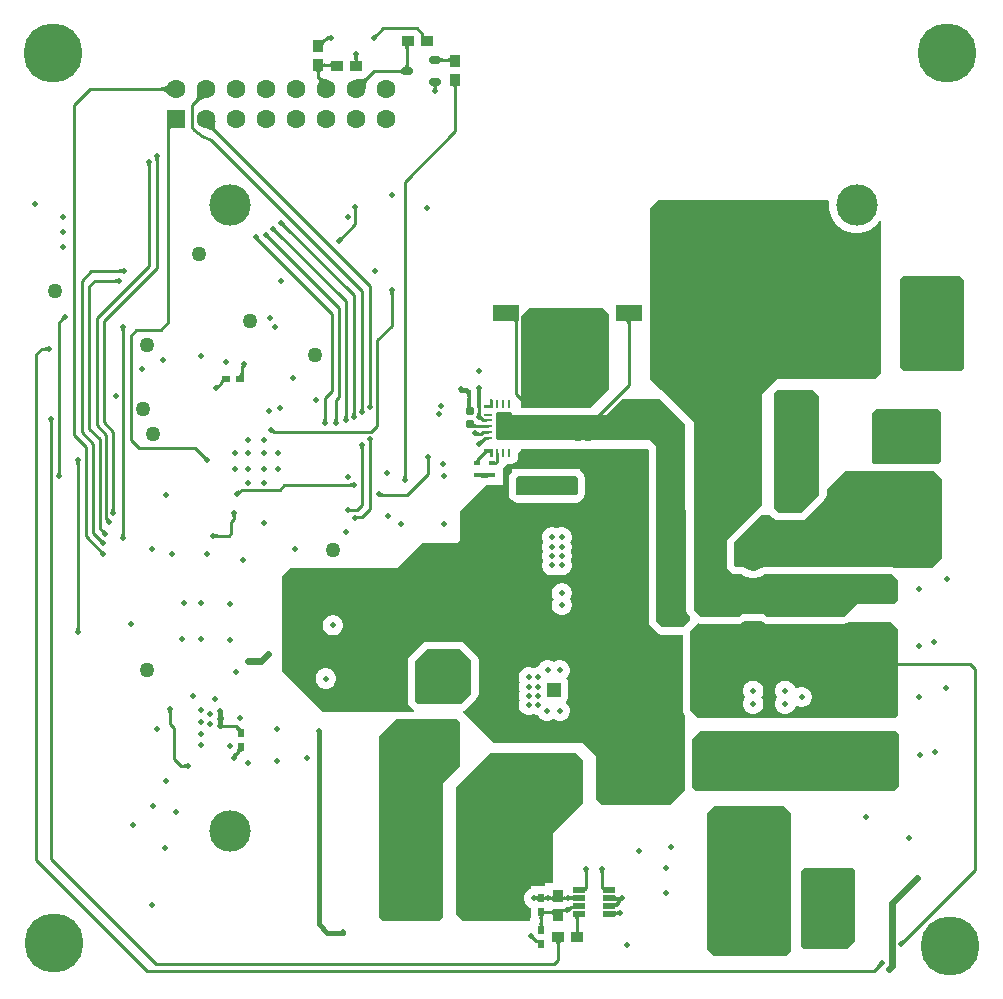
<source format=gbl>
G04*
G04 #@! TF.GenerationSoftware,Altium Limited,Altium Designer,23.1.1 (15)*
G04*
G04 Layer_Physical_Order=4*
G04 Layer_Color=16711680*
%FSLAX44Y44*%
%MOMM*%
G71*
G04*
G04 #@! TF.SameCoordinates,9C76BA79-DA27-457B-B569-9ED225C8ECFE*
G04*
G04*
G04 #@! TF.FilePolarity,Positive*
G04*
G01*
G75*
%ADD22C,0.2540*%
%ADD38R,0.9500X1.0000*%
%ADD40R,1.0000X0.9500*%
%ADD54R,0.6000X0.8000*%
G04:AMPARAMS|DCode=97|XSize=1.25mm|YSize=1.25mm|CornerRadius=0.05mm|HoleSize=0mm|Usage=FLASHONLY|Rotation=0.000|XOffset=0mm|YOffset=0mm|HoleType=Round|Shape=RoundedRectangle|*
%AMROUNDEDRECTD97*
21,1,1.2500,1.1500,0,0,0.0*
21,1,1.1500,1.2500,0,0,0.0*
1,1,0.1000,0.5750,-0.5750*
1,1,0.1000,-0.5750,-0.5750*
1,1,0.1000,-0.5750,0.5750*
1,1,0.1000,0.5750,0.5750*
%
%ADD97ROUNDEDRECTD97*%
%ADD98C,1.2500*%
%ADD117C,0.6000*%
%ADD118C,0.4000*%
%ADD123R,1.6000X1.6000*%
%ADD124C,1.6000*%
G04:AMPARAMS|DCode=125|XSize=2.1mm|YSize=2.1mm|CornerRadius=0.525mm|HoleSize=0mm|Usage=FLASHONLY|Rotation=90.000|XOffset=0mm|YOffset=0mm|HoleType=Round|Shape=RoundedRectangle|*
%AMROUNDEDRECTD125*
21,1,2.1000,1.0500,0,0,90.0*
21,1,1.0500,2.1000,0,0,90.0*
1,1,1.0500,0.5250,0.5250*
1,1,1.0500,0.5250,-0.5250*
1,1,1.0500,-0.5250,-0.5250*
1,1,1.0500,-0.5250,0.5250*
%
%ADD125ROUNDEDRECTD125*%
%ADD126C,2.1000*%
%ADD127C,5.0000*%
G04:AMPARAMS|DCode=128|XSize=2.1mm|YSize=2.1mm|CornerRadius=0.525mm|HoleSize=0mm|Usage=FLASHONLY|Rotation=0.000|XOffset=0mm|YOffset=0mm|HoleType=Round|Shape=RoundedRectangle|*
%AMROUNDEDRECTD128*
21,1,2.1000,1.0500,0,0,0.0*
21,1,1.0500,2.1000,0,0,0.0*
1,1,1.0500,0.5250,-0.5250*
1,1,1.0500,-0.5250,-0.5250*
1,1,1.0500,-0.5250,0.5250*
1,1,1.0500,0.5250,0.5250*
%
%ADD128ROUNDEDRECTD128*%
%ADD129C,0.5080*%
%ADD130C,1.2700*%
%ADD131C,3.5080*%
%ADD132R,0.8000X0.6000*%
G04:AMPARAMS|DCode=133|XSize=1.05mm|YSize=0.45mm|CornerRadius=0.0495mm|HoleSize=0mm|Usage=FLASHONLY|Rotation=180.000|XOffset=0mm|YOffset=0mm|HoleType=Round|Shape=RoundedRectangle|*
%AMROUNDEDRECTD133*
21,1,1.0500,0.3510,0,0,180.0*
21,1,0.9510,0.4500,0,0,180.0*
1,1,0.0990,-0.4755,0.1755*
1,1,0.0990,0.4755,0.1755*
1,1,0.0990,0.4755,-0.1755*
1,1,0.0990,-0.4755,-0.1755*
%
%ADD133ROUNDEDRECTD133*%
%ADD134C,0.2282*%
G04:AMPARAMS|DCode=135|XSize=0.7mm|YSize=0.25mm|CornerRadius=0.05mm|HoleSize=0mm|Usage=FLASHONLY|Rotation=270.000|XOffset=0mm|YOffset=0mm|HoleType=Round|Shape=RoundedRectangle|*
%AMROUNDEDRECTD135*
21,1,0.7000,0.1500,0,0,270.0*
21,1,0.6000,0.2500,0,0,270.0*
1,1,0.1000,-0.0750,-0.3000*
1,1,0.1000,-0.0750,0.3000*
1,1,0.1000,0.0750,0.3000*
1,1,0.1000,0.0750,-0.3000*
%
%ADD135ROUNDEDRECTD135*%
G04:AMPARAMS|DCode=136|XSize=0.25mm|YSize=0.7mm|CornerRadius=0.05mm|HoleSize=0mm|Usage=FLASHONLY|Rotation=270.000|XOffset=0mm|YOffset=0mm|HoleType=Round|Shape=RoundedRectangle|*
%AMROUNDEDRECTD136*
21,1,0.2500,0.6000,0,0,270.0*
21,1,0.1500,0.7000,0,0,270.0*
1,1,0.1000,-0.3000,-0.0750*
1,1,0.1000,-0.3000,0.0750*
1,1,0.1000,0.3000,0.0750*
1,1,0.1000,0.3000,-0.0750*
%
%ADD136ROUNDEDRECTD136*%
G04:AMPARAMS|DCode=137|XSize=2.35mm|YSize=1.33mm|CornerRadius=0.0532mm|HoleSize=0mm|Usage=FLASHONLY|Rotation=270.000|XOffset=0mm|YOffset=0mm|HoleType=Round|Shape=RoundedRectangle|*
%AMROUNDEDRECTD137*
21,1,2.3500,1.2236,0,0,270.0*
21,1,2.2436,1.3300,0,0,270.0*
1,1,0.1064,-0.6118,-1.1218*
1,1,0.1064,-0.6118,1.1218*
1,1,0.1064,0.6118,1.1218*
1,1,0.1064,0.6118,-1.1218*
%
%ADD137ROUNDEDRECTD137*%
G04:AMPARAMS|DCode=138|XSize=2.1mm|YSize=4.5mm|CornerRadius=0.0525mm|HoleSize=0mm|Usage=FLASHONLY|Rotation=270.000|XOffset=0mm|YOffset=0mm|HoleType=Round|Shape=RoundedRectangle|*
%AMROUNDEDRECTD138*
21,1,2.1000,4.3950,0,0,270.0*
21,1,1.9950,4.5000,0,0,270.0*
1,1,0.1050,-2.1975,-0.9975*
1,1,0.1050,-2.1975,0.9975*
1,1,0.1050,2.1975,0.9975*
1,1,0.1050,2.1975,-0.9975*
%
%ADD138ROUNDEDRECTD138*%
%ADD139C,1.6031*%
%ADD140C,0.3938*%
%ADD141R,1.4000X2.2000*%
%ADD142R,2.2000X1.4000*%
%ADD143R,0.6096X0.3810*%
G04:AMPARAMS|DCode=144|XSize=0.6mm|YSize=1mm|CornerRadius=0.15mm|HoleSize=0mm|Usage=FLASHONLY|Rotation=90.000|XOffset=0mm|YOffset=0mm|HoleType=Round|Shape=RoundedRectangle|*
%AMROUNDEDRECTD144*
21,1,0.6000,0.7000,0,0,90.0*
21,1,0.3000,1.0000,0,0,90.0*
1,1,0.3000,0.3500,0.1500*
1,1,0.3000,0.3500,-0.1500*
1,1,0.3000,-0.3500,-0.1500*
1,1,0.3000,-0.3500,0.1500*
%
%ADD144ROUNDEDRECTD144*%
G04:AMPARAMS|DCode=145|XSize=0.4mm|YSize=0.5mm|CornerRadius=0.05mm|HoleSize=0mm|Usage=FLASHONLY|Rotation=180.000|XOffset=0mm|YOffset=0mm|HoleType=Round|Shape=RoundedRectangle|*
%AMROUNDEDRECTD145*
21,1,0.4000,0.4000,0,0,180.0*
21,1,0.3000,0.5000,0,0,180.0*
1,1,0.1000,-0.1500,0.2000*
1,1,0.1000,0.1500,0.2000*
1,1,0.1000,0.1500,-0.2000*
1,1,0.1000,-0.1500,-0.2000*
%
%ADD145ROUNDEDRECTD145*%
G04:AMPARAMS|DCode=146|XSize=0.6mm|YSize=0.6mm|CornerRadius=0.051mm|HoleSize=0mm|Usage=FLASHONLY|Rotation=270.000|XOffset=0mm|YOffset=0mm|HoleType=Round|Shape=RoundedRectangle|*
%AMROUNDEDRECTD146*
21,1,0.6000,0.4980,0,0,270.0*
21,1,0.4980,0.6000,0,0,270.0*
1,1,0.1020,-0.2490,-0.2490*
1,1,0.1020,-0.2490,0.2490*
1,1,0.1020,0.2490,0.2490*
1,1,0.1020,0.2490,-0.2490*
%
%ADD146ROUNDEDRECTD146*%
%ADD147C,0.3500*%
G36*
X309201Y789277D02*
X309011Y789081D01*
X308693Y788704D01*
X308563Y788525D01*
X308454Y788351D01*
X308365Y788183D01*
X308296Y788020D01*
X308247Y787864D01*
X308219Y787713D01*
X308210Y787568D01*
X305695Y790082D01*
X305841Y790091D01*
X305991Y790120D01*
X306148Y790169D01*
X306310Y790237D01*
X306479Y790327D01*
X306652Y790436D01*
X306832Y790565D01*
X307017Y790714D01*
X307405Y791074D01*
X309201Y789277D01*
D02*
G37*
G36*
X267856Y785792D02*
X267755Y785883D01*
X267634Y785965D01*
X267494Y786037D01*
X267335Y786100D01*
X267157Y786152D01*
X266959Y786196D01*
X266741Y786229D01*
X266248Y786268D01*
X265973Y786272D01*
Y788812D01*
X266248Y788817D01*
X266741Y788856D01*
X266959Y788889D01*
X267157Y788932D01*
X267335Y788985D01*
X267494Y789048D01*
X267634Y789120D01*
X267755Y789201D01*
X267856Y789293D01*
Y785792D01*
D02*
G37*
G36*
X265187Y785276D02*
X264681Y784753D01*
X263884Y783815D01*
X263594Y783401D01*
X263375Y783024D01*
X263228Y782683D01*
X263154Y782378D01*
X263151Y782111D01*
X263219Y781879D01*
X263360Y781684D01*
X259798Y785246D01*
X259993Y785105D01*
X260224Y785036D01*
X260492Y785040D01*
X260797Y785114D01*
X261138Y785261D01*
X261515Y785480D01*
X261929Y785770D01*
X262380Y786132D01*
X263390Y787073D01*
X265187Y785276D01*
D02*
G37*
G36*
X335934Y780489D02*
X335718Y780412D01*
X335527Y780283D01*
X335362Y780103D01*
X335223Y779872D01*
X335108Y779589D01*
X335019Y779255D01*
X334956Y778869D01*
X334918Y778432D01*
X334905Y777944D01*
X332365D01*
X332352Y778432D01*
X332314Y778869D01*
X332251Y779255D01*
X332162Y779589D01*
X332048Y779872D01*
X331908Y780103D01*
X331743Y780283D01*
X331552Y780412D01*
X331337Y780489D01*
X331095Y780514D01*
X336175D01*
X335934Y780489D01*
D02*
G37*
G36*
X291930Y771885D02*
X291843Y771758D01*
X291767Y771613D01*
X291701Y771449D01*
X291645Y771268D01*
X291600Y771067D01*
X291564Y770849D01*
X291545Y770668D01*
X291569Y770388D01*
X291633Y770002D01*
X291721Y769668D01*
X291836Y769386D01*
X291975Y769154D01*
X292141Y768974D01*
X292331Y768846D01*
X292547Y768768D01*
X292788Y768743D01*
X287708D01*
X287950Y768768D01*
X288165Y768846D01*
X288356Y768974D01*
X288521Y769154D01*
X288661Y769386D01*
X288775Y769668D01*
X288864Y770002D01*
X288927Y770388D01*
X288950Y770642D01*
X288933Y770849D01*
X288897Y771067D01*
X288851Y771268D01*
X288795Y771449D01*
X288729Y771613D01*
X288653Y771758D01*
X288567Y771885D01*
X288470Y771994D01*
X292026D01*
X291930Y771885D01*
D02*
G37*
G36*
X362212Y771089D02*
X362302Y770876D01*
X362452Y770688D01*
X362661Y770525D01*
X362930Y770387D01*
X363259Y770275D01*
X363648Y770187D01*
X364097Y770124D01*
X364605Y770087D01*
X365173Y770074D01*
Y767534D01*
X364605Y767522D01*
X363648Y767421D01*
X363259Y767334D01*
X362930Y767221D01*
X362661Y767083D01*
X362452Y766920D01*
X362302Y766732D01*
X362212Y766519D01*
X362182Y766281D01*
Y771327D01*
X362212Y771089D01*
D02*
G37*
G36*
X369800Y766264D02*
X369774Y766505D01*
X369697Y766721D01*
X369568Y766912D01*
X369388Y767077D01*
X369157Y767217D01*
X368874Y767331D01*
X368540Y767420D01*
X368155Y767483D01*
X367718Y767521D01*
X367229Y767534D01*
Y770074D01*
X367718Y770087D01*
X368155Y770125D01*
X368540Y770188D01*
X368874Y770277D01*
X369157Y770392D01*
X369388Y770531D01*
X369568Y770696D01*
X369697Y770887D01*
X369774Y771103D01*
X369800Y771344D01*
Y766264D01*
D02*
G37*
G36*
X334918Y764354D02*
X334956Y763917D01*
X335019Y763531D01*
X335108Y763197D01*
X335223Y762914D01*
X335362Y762683D01*
X335527Y762503D01*
X335718Y762375D01*
X335934Y762298D01*
X336175Y762272D01*
X331095D01*
X331337Y762298D01*
X331552Y762375D01*
X331743Y762503D01*
X331908Y762683D01*
X332048Y762914D01*
X332162Y763197D01*
X332251Y763531D01*
X332314Y763917D01*
X332352Y764354D01*
X332365Y764842D01*
X334905D01*
X334918Y764354D01*
D02*
G37*
G36*
X269309Y761767D02*
X269284Y762008D01*
X269207Y762224D01*
X269078Y762415D01*
X268898Y762580D01*
X268667Y762719D01*
X268384Y762834D01*
X268050Y762923D01*
X267664Y762986D01*
X267227Y763024D01*
X266739Y763037D01*
Y765577D01*
X267227Y765590D01*
X267664Y765628D01*
X268050Y765691D01*
X268384Y765780D01*
X268667Y765894D01*
X268898Y766034D01*
X269078Y766199D01*
X269207Y766390D01*
X269284Y766606D01*
X269309Y766847D01*
Y761767D01*
D02*
G37*
G36*
X263386Y766606D02*
X263463Y766390D01*
X263591Y766199D01*
X263771Y766034D01*
X264002Y765894D01*
X264285Y765780D01*
X264620Y765691D01*
X265005Y765628D01*
X265442Y765590D01*
X265930Y765577D01*
Y763037D01*
X265442Y763024D01*
X265005Y762986D01*
X264620Y762923D01*
X264285Y762834D01*
X264002Y762719D01*
X263771Y762580D01*
X263591Y762415D01*
X263463Y762224D01*
X263386Y762008D01*
X263360Y761767D01*
Y766847D01*
X263386Y766606D01*
D02*
G37*
G36*
X260970Y759312D02*
X260754Y759236D01*
X260563Y759109D01*
X260398Y758931D01*
X260258Y758702D01*
X260144Y758423D01*
X260055Y758093D01*
X259992Y757712D01*
X259954Y757280D01*
X259941Y756797D01*
X257401D01*
X257388Y757280D01*
X257350Y757712D01*
X257287Y758093D01*
X257198Y758423D01*
X257083Y758702D01*
X256944Y758931D01*
X256779Y759109D01*
X256588Y759236D01*
X256372Y759312D01*
X256131Y759337D01*
X261211D01*
X260970Y759312D01*
D02*
G37*
G36*
X329088Y756781D02*
X329058Y757019D01*
X328969Y757232D01*
X328819Y757420D01*
X328610Y757583D01*
X328340Y757721D01*
X328011Y757833D01*
X327622Y757921D01*
X327174Y757984D01*
X326665Y758021D01*
X326097Y758034D01*
Y760574D01*
X326665Y760586D01*
X327622Y760687D01*
X328011Y760775D01*
X328340Y760887D01*
X328610Y761025D01*
X328819Y761188D01*
X328969Y761376D01*
X329058Y761589D01*
X329088Y761827D01*
Y756781D01*
D02*
G37*
G36*
X260036Y754879D02*
X260557Y754480D01*
X261134Y754107D01*
X261765Y753762D01*
X262450Y753443D01*
X263191Y753152D01*
X263986Y752887D01*
X265741Y752438D01*
X266700Y752254D01*
X258077Y747732D01*
X258386Y748463D01*
X258619Y749160D01*
X258777Y749823D01*
X258860Y750452D01*
X258867Y751046D01*
X258799Y751607D01*
X258655Y752133D01*
X258437Y752626D01*
X258142Y753084D01*
X257773Y753509D01*
X259569Y755305D01*
X260036Y754879D01*
D02*
G37*
G36*
X376787Y747280D02*
X376572Y747203D01*
X376381Y747075D01*
X376216Y746895D01*
X376076Y746664D01*
X375962Y746381D01*
X375873Y746047D01*
X375810Y745661D01*
X375771Y745224D01*
X375759Y744736D01*
X373219D01*
X373206Y745224D01*
X373168Y745661D01*
X373105Y746047D01*
X373016Y746381D01*
X372901Y746664D01*
X372762Y746895D01*
X372597Y747075D01*
X372406Y747203D01*
X372190Y747280D01*
X371949Y747306D01*
X377029D01*
X376787Y747280D01*
D02*
G37*
G36*
X300614Y752452D02*
X300247Y752023D01*
X299919Y751512D01*
X299632Y750918D01*
X299384Y750242D01*
X299176Y749483D01*
X299008Y748642D01*
X298880Y747718D01*
X298745Y745622D01*
X298737Y744451D01*
X290817Y752371D01*
X291989Y752379D01*
X294084Y752514D01*
X295008Y752642D01*
X295849Y752810D01*
X296608Y753018D01*
X297284Y753265D01*
X297878Y753553D01*
X298390Y753881D01*
X298818Y754248D01*
X300614Y752452D01*
D02*
G37*
G36*
X359934Y746811D02*
X359718Y746734D01*
X359528Y746605D01*
X359362Y746425D01*
X359223Y746194D01*
X359108Y745911D01*
X359020Y745577D01*
X359002Y745473D01*
X359032Y745342D01*
X359088Y745160D01*
X359154Y744997D01*
X359230Y744851D01*
X359317Y744724D01*
X359413Y744616D01*
X358914D01*
X358905Y744266D01*
X356365D01*
X356356Y744616D01*
X355857D01*
X355954Y744724D01*
X356040Y744851D01*
X356116Y744997D01*
X356182Y745160D01*
X356238Y745342D01*
X356268Y745473D01*
X356251Y745577D01*
X356162Y745911D01*
X356048Y746194D01*
X355908Y746425D01*
X355743Y746605D01*
X355552Y746734D01*
X355336Y746811D01*
X355095Y746837D01*
X360175D01*
X359934Y746811D01*
D02*
G37*
G36*
X132624Y738771D02*
X131790Y739594D01*
X130213Y740980D01*
X129469Y741542D01*
X128756Y742019D01*
X128072Y742408D01*
X127419Y742711D01*
X126795Y742928D01*
X126202Y743058D01*
X125639Y743101D01*
Y745641D01*
X126202Y745685D01*
X126795Y745814D01*
X127419Y746031D01*
X128072Y746334D01*
X128756Y746724D01*
X129469Y747200D01*
X130213Y747763D01*
X131790Y749148D01*
X132624Y749971D01*
Y738771D01*
D02*
G37*
G36*
X164847Y736449D02*
X163602Y736260D01*
X160442Y735599D01*
X159580Y735348D01*
X158141Y734798D01*
X157565Y734500D01*
X157084Y734185D01*
X156699Y733856D01*
X154629Y735378D01*
X155021Y735835D01*
X155353Y736363D01*
X155624Y736960D01*
X155836Y737627D01*
X155986Y738365D01*
X156077Y739172D01*
X156108Y740050D01*
X156078Y740998D01*
X155988Y742016D01*
X155838Y743104D01*
X164847Y736449D01*
D02*
G37*
G36*
X133906Y710976D02*
X133690Y710900D01*
X133500Y710773D01*
X133335Y710595D01*
X133195Y710367D01*
X133081Y710087D01*
X132992Y709757D01*
X132928Y709376D01*
X132890Y708944D01*
X132877Y708462D01*
X130337D01*
X130368Y711002D01*
X134147D01*
X133906Y710976D01*
D02*
G37*
G36*
X171304Y716092D02*
X171154Y715113D01*
X171073Y714198D01*
X171061Y713347D01*
X171117Y712561D01*
X171242Y711838D01*
X171437Y711179D01*
X171700Y710583D01*
X172031Y710052D01*
X172432Y709585D01*
X170226Y708200D01*
X169870Y708503D01*
X169412Y708805D01*
X168851Y709104D01*
X168188Y709402D01*
X167423Y709698D01*
X165584Y710284D01*
X163335Y710863D01*
X162057Y711150D01*
X171524Y717135D01*
X171304Y716092D01*
D02*
G37*
G36*
X123543Y685499D02*
X123456Y685371D01*
X123380Y685226D01*
X123314Y685063D01*
X123258Y684881D01*
X123213Y684681D01*
X123177Y684462D01*
X123152Y684226D01*
X123131Y683697D01*
X120591D01*
X120586Y683971D01*
X120546Y684462D01*
X120510Y684681D01*
X120464Y684881D01*
X120408Y685063D01*
X120342Y685226D01*
X120266Y685371D01*
X120180Y685499D01*
X120083Y685607D01*
X123639D01*
X123543Y685499D01*
D02*
G37*
G36*
X116483Y680618D02*
X116397Y680490D01*
X116321Y680345D01*
X116255Y680182D01*
X116199Y680000D01*
X116153Y679800D01*
X116117Y679581D01*
X116092Y679345D01*
X116072Y678816D01*
X113532D01*
X113527Y679090D01*
X113486Y679581D01*
X113450Y679800D01*
X113405Y680000D01*
X113349Y680182D01*
X113283Y680345D01*
X113207Y680490D01*
X113120Y680618D01*
X113024Y680726D01*
X116580D01*
X116483Y680618D01*
D02*
G37*
G36*
X291545Y642724D02*
X291458Y642597D01*
X291382Y642452D01*
X291316Y642289D01*
X291260Y642107D01*
X291215Y641907D01*
X291179Y641688D01*
X291154Y641451D01*
X291133Y640923D01*
X288593D01*
X288588Y641197D01*
X288548Y641688D01*
X288512Y641907D01*
X288466Y642107D01*
X288410Y642289D01*
X288344Y642452D01*
X288268Y642597D01*
X288182Y642724D01*
X288085Y642833D01*
X291641D01*
X291545Y642724D01*
D02*
G37*
G36*
X229903Y631017D02*
X229932Y630867D01*
X229981Y630710D01*
X230050Y630547D01*
X230139Y630379D01*
X230248Y630206D01*
X230377Y630026D01*
X230527Y629841D01*
X230886Y629453D01*
X229090Y627657D01*
X228893Y627846D01*
X228517Y628165D01*
X228337Y628295D01*
X228163Y628404D01*
X227995Y628493D01*
X227833Y628562D01*
X227676Y628611D01*
X227525Y628639D01*
X227380Y628648D01*
X229895Y631162D01*
X229903Y631017D01*
D02*
G37*
G36*
X222910Y625560D02*
X222939Y625410D01*
X222987Y625253D01*
X223056Y625091D01*
X223146Y624922D01*
X223255Y624749D01*
X223384Y624569D01*
X223533Y624384D01*
X223892Y623996D01*
X222096Y622200D01*
X221900Y622389D01*
X221523Y622708D01*
X221344Y622838D01*
X221170Y622947D01*
X221002Y623036D01*
X220839Y623105D01*
X220683Y623154D01*
X220532Y623182D01*
X220387Y623191D01*
X222901Y625706D01*
X222910Y625560D01*
D02*
G37*
G36*
X216704Y620692D02*
X216733Y620542D01*
X216782Y620385D01*
X216851Y620223D01*
X216940Y620055D01*
X217049Y619881D01*
X217178Y619701D01*
X217328Y619516D01*
X217687Y619128D01*
X215891Y617332D01*
X215694Y617522D01*
X215318Y617840D01*
X215138Y617970D01*
X214964Y618079D01*
X214796Y618168D01*
X214634Y618237D01*
X214477Y618286D01*
X214326Y618315D01*
X214181Y618323D01*
X216696Y620838D01*
X216704Y620692D01*
D02*
G37*
G36*
X279265Y617599D02*
X279075Y617402D01*
X278756Y617026D01*
X278627Y616847D01*
X278518Y616673D01*
X278429Y616505D01*
X278360Y616342D01*
X278311Y616186D01*
X278282Y616035D01*
X278273Y615890D01*
X275759Y618404D01*
X275904Y618413D01*
X276055Y618442D01*
X276211Y618490D01*
X276374Y618559D01*
X276542Y618648D01*
X276716Y618758D01*
X276895Y618887D01*
X277081Y619036D01*
X277468Y619395D01*
X279265Y617599D01*
D02*
G37*
G36*
X208526Y618086D02*
X208536Y617933D01*
X208569Y617774D01*
X208624Y617609D01*
X208702Y617440D01*
X208802Y617264D01*
X208924Y617084D01*
X209068Y616897D01*
X209234Y616706D01*
X209423Y616509D01*
X207322Y615018D01*
X207124Y615210D01*
X206577Y615675D01*
X206410Y615793D01*
X206250Y615893D01*
X206098Y615975D01*
X205953Y616038D01*
X205816Y616083D01*
X205686Y616109D01*
X208537Y618234D01*
X208526Y618086D01*
D02*
G37*
G36*
X91810Y588493D02*
X91706Y588598D01*
X91583Y588692D01*
X91442Y588775D01*
X91281Y588847D01*
X91102Y588908D01*
X90904Y588957D01*
X90688Y588996D01*
X90452Y589024D01*
X89925Y589046D01*
X90121Y591586D01*
X90395Y591590D01*
X90889Y591627D01*
X91108Y591659D01*
X91310Y591700D01*
X91493Y591750D01*
X91659Y591809D01*
X91806Y591877D01*
X91935Y591955D01*
X92047Y592042D01*
X91810Y588493D01*
D02*
G37*
G36*
X88006Y580286D02*
X87902Y580391D01*
X87780Y580486D01*
X87639Y580569D01*
X87479Y580642D01*
X87300Y580703D01*
X87102Y580753D01*
X86886Y580792D01*
X86651Y580820D01*
X86124Y580842D01*
X86339Y583382D01*
X86613Y583386D01*
X87107Y583423D01*
X87326Y583454D01*
X87528Y583495D01*
X87712Y583544D01*
X87877Y583603D01*
X88025Y583670D01*
X88154Y583747D01*
X88265Y583832D01*
X88006Y580286D01*
D02*
G37*
G36*
X322362Y572046D02*
X322276Y571919D01*
X322200Y571774D01*
X322134Y571610D01*
X322078Y571428D01*
X322032Y571228D01*
X321997Y571010D01*
X321971Y570773D01*
X321951Y570245D01*
X319411D01*
X319406Y570518D01*
X319365Y571010D01*
X319330Y571228D01*
X319284Y571428D01*
X319228Y571610D01*
X319162Y571774D01*
X319086Y571919D01*
X319000Y572046D01*
X318903Y572155D01*
X322459D01*
X322362Y572046D01*
D02*
G37*
G36*
X43917Y548894D02*
X43772Y548885D01*
X43621Y548857D01*
X43464Y548808D01*
X43302Y548739D01*
X43134Y548650D01*
X42960Y548541D01*
X42780Y548411D01*
X42595Y548262D01*
X42207Y547903D01*
X40411Y549699D01*
X40601Y549896D01*
X40919Y550272D01*
X41049Y550452D01*
X41158Y550625D01*
X41247Y550794D01*
X41316Y550956D01*
X41365Y551113D01*
X41393Y551264D01*
X41402Y551409D01*
X43917Y548894D01*
D02*
G37*
G36*
X523651Y547671D02*
X523435Y547594D01*
X523244Y547466D01*
X523079Y547286D01*
X522939Y547054D01*
X522825Y546772D01*
X522736Y546437D01*
X522673Y546052D01*
X522635Y545615D01*
X522622Y545126D01*
X520082D01*
X520069Y545615D01*
X520031Y546052D01*
X519968Y546437D01*
X519879Y546772D01*
X519765Y547054D01*
X519625Y547286D01*
X519460Y547466D01*
X519269Y547594D01*
X519053Y547671D01*
X518812Y547697D01*
X523892D01*
X523651Y547671D01*
D02*
G37*
G36*
X428215Y547666D02*
X428082Y547641D01*
X427963Y547565D01*
X427859Y547438D01*
X427767Y547260D01*
X427691Y547031D01*
X427628Y546752D01*
X427579Y546422D01*
X427544Y546041D01*
X427516Y545126D01*
X424976D01*
X424963Y545613D01*
X424925Y546049D01*
X424861Y546434D01*
X424772Y546767D01*
X424658Y547050D01*
X424519Y547281D01*
X424353Y547462D01*
X424163Y547591D01*
X423947Y547670D01*
X423706Y547697D01*
X428215Y547666D01*
D02*
G37*
G36*
X94815Y541036D02*
X94729Y540909D01*
X94653Y540764D01*
X94586Y540600D01*
X94531Y540418D01*
X94485Y540218D01*
X94449Y540000D01*
X94424Y539763D01*
X94404Y539235D01*
X91864D01*
X91859Y539508D01*
X91818Y540000D01*
X91782Y540218D01*
X91737Y540418D01*
X91681Y540600D01*
X91615Y540764D01*
X91538Y540909D01*
X91452Y541036D01*
X91356Y541145D01*
X94912D01*
X94815Y541036D01*
D02*
G37*
G36*
X28876Y522597D02*
X28766Y522692D01*
X28639Y522776D01*
X28493Y522851D01*
X28329Y522916D01*
X28147Y522971D01*
X27946Y523015D01*
X27727Y523050D01*
X27490Y523075D01*
X26962Y523095D01*
X26923Y525635D01*
X27196Y525640D01*
X27687Y525682D01*
X27905Y525718D01*
X28105Y525765D01*
X28286Y525821D01*
X28449Y525889D01*
X28594Y525966D01*
X28720Y526054D01*
X28828Y526153D01*
X28876Y522597D01*
D02*
G37*
G36*
X195880Y508515D02*
X194799Y507438D01*
X192792Y509024D01*
X192960Y509194D01*
X193515Y509823D01*
X193568Y509904D01*
X193603Y509971D01*
X193619Y510023D01*
X193616Y510061D01*
X195880Y508515D01*
D02*
G37*
G36*
X805019Y582583D02*
X805019Y507649D01*
X802643Y505272D01*
X754073D01*
X751358Y507987D01*
Y583454D01*
X753627Y585724D01*
X801878D01*
X805019Y582583D01*
D02*
G37*
G36*
X194972Y503669D02*
X195009Y503237D01*
X195068Y502856D01*
X195152Y502525D01*
X195260Y502246D01*
X195392Y502018D01*
X195548Y501840D01*
X195728Y501713D01*
X195932Y501637D01*
X196160Y501611D01*
X191150Y501581D01*
X191392Y501608D01*
X191608Y501686D01*
X191798Y501815D01*
X191963Y501996D01*
X192103Y502227D01*
X192217Y502510D01*
X192306Y502843D01*
X192370Y503228D01*
X192408Y503664D01*
X192421Y504151D01*
X194960D01*
X194972Y503669D01*
D02*
G37*
G36*
X175489Y492496D02*
X175299Y492300D01*
X174980Y491923D01*
X174851Y491744D01*
X174742Y491570D01*
X174653Y491402D01*
X174584Y491239D01*
X174535Y491083D01*
X174506Y490932D01*
X174498Y490787D01*
X171983Y493301D01*
X172128Y493310D01*
X172279Y493339D01*
X172436Y493387D01*
X172598Y493456D01*
X172766Y493545D01*
X172940Y493655D01*
X173120Y493784D01*
X173305Y493933D01*
X173693Y494292D01*
X175489Y492496D01*
D02*
G37*
G36*
X395694Y490596D02*
X395735Y490025D01*
X395771Y489785D01*
X395818Y489575D01*
X395874Y489396D01*
X395942Y489247D01*
X396010Y489142D01*
X396217Y489136D01*
X396119Y489033D01*
X396205Y488982D01*
X396083Y488983D01*
X396026Y488904D01*
X395947Y488760D01*
X395879Y488597D01*
X395821Y488416D01*
X395773Y488217D01*
X395736Y488000D01*
X395710Y487763D01*
X395689Y487236D01*
X393148Y487320D01*
X393144Y487593D01*
X393105Y488086D01*
X393071Y488305D01*
X393027Y488506D01*
X392973Y488689D01*
X392910Y488853D01*
X392837Y488999D01*
X392831Y489008D01*
X392634Y489010D01*
X392732Y489028D01*
X392793Y489068D01*
X392754Y489128D01*
X392662Y489238D01*
X392921Y489230D01*
X392963Y489315D01*
X393020Y489487D01*
X393066Y489698D01*
X393102Y489948D01*
X393128Y490236D01*
X393148Y490927D01*
X395689D01*
X395694Y490596D01*
D02*
G37*
G36*
X395581Y484263D02*
X396205D01*
X396086Y484190D01*
X395979Y484073D01*
X395885Y483912D01*
X395804Y483708D01*
X395735Y483461D01*
X395678Y483171D01*
X395653Y482976D01*
X395660Y482870D01*
X395706Y482578D01*
X395762Y482332D01*
X395829Y482131D01*
X395905Y481976D01*
X395992Y481865D01*
X396090Y481800D01*
X395581D01*
X395578Y481574D01*
X393038D01*
X393036Y481800D01*
X392371D01*
X392498Y481877D01*
X392611Y481996D01*
X392711Y482158D01*
X392798Y482363D01*
X392871Y482611D01*
X392931Y482901D01*
X392957Y483085D01*
X392950Y483186D01*
X392900Y483477D01*
X392840Y483723D01*
X392768Y483925D01*
X392685Y484082D01*
X392591Y484195D01*
X392486Y484263D01*
X393035D01*
X393038Y484489D01*
X395578D01*
X395581Y484263D01*
D02*
G37*
G36*
X387618D02*
X388205D01*
X388093Y484192D01*
X387993Y484078D01*
X387905Y483919D01*
X387828Y483716D01*
X387763Y483469D01*
X387710Y483178D01*
X387696Y483061D01*
X387734Y482570D01*
X387786Y482324D01*
X387848Y482125D01*
X387919Y481970D01*
X388000Y481862D01*
X388090Y481800D01*
X387619D01*
X387616Y481574D01*
X385076D01*
X385073Y481800D01*
X384371D01*
X384505Y481880D01*
X384625Y482001D01*
X384730Y482165D01*
X384822Y482370D01*
X384899Y482618D01*
X384963Y482908D01*
X384989Y483083D01*
X384981Y483178D01*
X384928Y483469D01*
X384864Y483716D01*
X384787Y483919D01*
X384698Y484078D01*
X384598Y484192D01*
X384486Y484263D01*
X385068D01*
X385076Y484489D01*
X387616D01*
X387618Y484263D01*
D02*
G37*
G36*
X406166Y481345D02*
X406307Y481204D01*
X406383Y481021D01*
X406383Y480921D01*
X406383Y474921D01*
X406383D01*
X406383Y474822D01*
X406307Y474638D01*
X406166Y474497D01*
X405982Y474421D01*
X405883Y474421D01*
X399383Y474421D01*
X399283Y474421D01*
X399100Y474497D01*
X398959Y474638D01*
X398883Y474822D01*
X398883Y474921D01*
Y476421D01*
X398883Y476421D01*
Y476521D01*
X398959Y476704D01*
X399100Y476845D01*
X399283Y476921D01*
X399383D01*
X403383Y476921D01*
Y476921D01*
X403480Y476931D01*
X403661Y477005D01*
X403798Y477143D01*
X403873Y477324D01*
X403883Y477421D01*
Y480921D01*
X403883Y480921D01*
Y481021D01*
X403959Y481204D01*
X404100Y481345D01*
X404283Y481421D01*
X404383D01*
X405883Y481421D01*
X405883Y481421D01*
X405982Y481421D01*
X406166Y481345D01*
D02*
G37*
G36*
X303940Y478449D02*
X303981Y477958D01*
X304017Y477739D01*
X304062Y477539D01*
X304118Y477357D01*
X304184Y477194D01*
X304260Y477049D01*
X304347Y476922D01*
X304443Y476813D01*
X300887D01*
X300984Y476922D01*
X301070Y477049D01*
X301146Y477194D01*
X301212Y477357D01*
X301268Y477539D01*
X301314Y477739D01*
X301350Y477958D01*
X301375Y478194D01*
X301395Y478723D01*
X303935D01*
X303940Y478449D01*
D02*
G37*
G36*
X504352Y554118D02*
Y541636D01*
X505103D01*
Y490353D01*
X489171Y474421D01*
X469787D01*
X469633Y474451D01*
X467715D01*
X467642Y474421D01*
X467543D01*
X430963Y474421D01*
X430863Y474421D01*
X430731Y474475D01*
X430700D01*
X430608Y474567D01*
X430462Y474713D01*
X430462Y551852D01*
X437058Y558448D01*
X500021D01*
X504352Y554118D01*
D02*
G37*
G36*
X396003Y477021D02*
X395926Y476913D01*
X395857Y476760D01*
X395798Y476561D01*
X395748Y476315D01*
X395707Y476023D01*
X395653Y475300D01*
X395634Y474393D01*
X393094D01*
X393087Y474850D01*
X393029Y475638D01*
X392979Y475970D01*
X392913Y476259D01*
X392834Y476507D01*
X392740Y476714D01*
X392631Y476878D01*
X392508Y477001D01*
X392371Y477081D01*
X396090D01*
X396003Y477021D01*
D02*
G37*
G36*
X387992Y477016D02*
X387905Y476906D01*
X387829Y476750D01*
X387762Y476549D01*
X387706Y476303D01*
X387660Y476012D01*
X387654Y475937D01*
X387692Y475699D01*
X387781Y475363D01*
X387896Y475080D01*
X388035Y474849D01*
X388200Y474671D01*
X388391Y474546D01*
X388607Y474473D01*
X388848Y474453D01*
X387579Y474422D01*
X387578Y474393D01*
X386385D01*
X383884Y474331D01*
X384104Y474444D01*
X384300Y474592D01*
X384473Y474774D01*
X384623Y474991D01*
X384750Y475243D01*
X384854Y475530D01*
X384934Y475851D01*
X384943Y475902D01*
X384931Y475981D01*
X384871Y476271D01*
X384798Y476519D01*
X384711Y476723D01*
X384611Y476885D01*
X384498Y477005D01*
X384371Y477081D01*
X388090D01*
X387992Y477016D01*
D02*
G37*
G36*
X297064Y474342D02*
X297104Y473850D01*
X297140Y473632D01*
X297186Y473432D01*
X297242Y473250D01*
X297308Y473086D01*
X297384Y472941D01*
X297470Y472814D01*
X297567Y472705D01*
X294011D01*
X294107Y472814D01*
X294194Y472941D01*
X294270Y473086D01*
X294336Y473250D01*
X294392Y473432D01*
X294438Y473632D01*
X294473Y473850D01*
X294498Y474087D01*
X294519Y474615D01*
X297059D01*
X297064Y474342D01*
D02*
G37*
G36*
X395639Y469933D02*
X395680Y469442D01*
X395716Y469223D01*
X395761Y469023D01*
X395817Y468841D01*
X395883Y468678D01*
X395959Y468533D01*
X396046Y468406D01*
X396142Y468297D01*
X392586D01*
X392683Y468406D01*
X392769Y468533D01*
X392845Y468678D01*
X392911Y468841D01*
X392967Y469023D01*
X393013Y469223D01*
X393049Y469442D01*
X393074Y469678D01*
X393094Y470207D01*
X395634D01*
X395639Y469933D01*
D02*
G37*
G36*
X290014Y469909D02*
X290055Y469418D01*
X290090Y469199D01*
X290136Y468999D01*
X290192Y468817D01*
X290258Y468654D01*
X290334Y468509D01*
X290421Y468382D01*
X290517Y468273D01*
X286961D01*
X287058Y468382D01*
X287144Y468509D01*
X287220Y468654D01*
X287286Y468817D01*
X287342Y468999D01*
X287388Y469199D01*
X287423Y469418D01*
X287449Y469654D01*
X287469Y470183D01*
X290009D01*
X290014Y469909D01*
D02*
G37*
G36*
X568653Y461042D02*
Y388364D01*
X570239Y386778D01*
Y303302D01*
X570705Y300961D01*
X572031Y298977D01*
X572921Y298087D01*
Y293709D01*
X572921D01*
X567661Y288449D01*
X549590D01*
X544613Y293426D01*
Y441766D01*
X539142Y447236D01*
X412539D01*
X411939Y447921D01*
Y449421D01*
X411715Y451118D01*
X411693Y451171D01*
X411715Y451224D01*
X411939Y452921D01*
Y454421D01*
X411715Y456118D01*
X411693Y456171D01*
X411715Y456224D01*
X411939Y457921D01*
Y459421D01*
X411715Y461118D01*
X411693Y461171D01*
X411715Y461224D01*
X411939Y462921D01*
Y464421D01*
X411715Y466118D01*
X411693Y466171D01*
X411715Y466224D01*
X411907Y467677D01*
X412236Y468062D01*
X413202Y468521D01*
X414383Y468365D01*
X415883D01*
X417580Y468588D01*
X417633Y468610D01*
X417686Y468588D01*
X419383Y468365D01*
X420883D01*
X422580Y468588D01*
X423277Y468877D01*
X423882Y468272D01*
X450443D01*
Y468334D01*
X469633D01*
Y468272D01*
X502477D01*
X515737Y481532D01*
X548164D01*
X568653Y461042D01*
D02*
G37*
G36*
X282934Y467066D02*
X282974Y466575D01*
X283010Y466356D01*
X283056Y466156D01*
X283111Y465974D01*
X283178Y465811D01*
X283254Y465665D01*
X283340Y465538D01*
X283437Y465429D01*
X279881D01*
X279977Y465538D01*
X280063Y465665D01*
X280140Y465811D01*
X280206Y465974D01*
X280262Y466156D01*
X280307Y466356D01*
X280343Y466575D01*
X280368Y466811D01*
X280389Y467339D01*
X282929D01*
X282934Y467066D01*
D02*
G37*
G36*
X274645Y464941D02*
X274685Y464449D01*
X274721Y464231D01*
X274766Y464031D01*
X274822Y463849D01*
X274888Y463685D01*
X274965Y463540D01*
X275051Y463413D01*
X275147Y463304D01*
X271591D01*
X271688Y463413D01*
X271774Y463540D01*
X271850Y463685D01*
X271917Y463849D01*
X271972Y464031D01*
X272018Y464231D01*
X272054Y464449D01*
X272079Y464686D01*
X272099Y465214D01*
X274639D01*
X274645Y464941D01*
D02*
G37*
G36*
X396893Y466823D02*
X396941Y466694D01*
X397008Y466555D01*
X397093Y466409D01*
X397196Y466254D01*
X397456Y465918D01*
X397613Y465737D01*
X397981Y465349D01*
X396596Y463143D01*
X396399Y463331D01*
X396021Y463639D01*
X395840Y463759D01*
X395666Y463856D01*
X395496Y463929D01*
X395333Y463980D01*
X395175Y464008D01*
X395022Y464013D01*
X394875Y463995D01*
X396862Y466944D01*
X396893Y466823D01*
D02*
G37*
G36*
X265488Y464665D02*
X265529Y464173D01*
X265565Y463955D01*
X265610Y463755D01*
X265666Y463573D01*
X265732Y463409D01*
X265809Y463264D01*
X265895Y463137D01*
X265991Y463028D01*
X262435D01*
X262532Y463137D01*
X262618Y463264D01*
X262694Y463409D01*
X262761Y463573D01*
X262816Y463755D01*
X262862Y463955D01*
X262898Y464173D01*
X262923Y464410D01*
X262943Y464938D01*
X265483D01*
X265488Y464665D01*
D02*
G37*
G36*
X34205Y462873D02*
X34095Y462773D01*
X33997Y462654D01*
X33911Y462515D01*
X33836Y462357D01*
X33772Y462180D01*
X33721Y461984D01*
X33680Y461769D01*
X33651Y461534D01*
X33634Y461281D01*
X33628Y461008D01*
X31089Y461329D01*
X31084Y461603D01*
X31051Y462098D01*
X31021Y462318D01*
X30938Y462704D01*
X30883Y462870D01*
X30820Y463017D01*
X30749Y463147D01*
X30669Y463258D01*
X34205Y462873D01*
D02*
G37*
G36*
X389738Y461543D02*
X389809Y461327D01*
X389934Y461137D01*
X390111Y460971D01*
X390341Y460832D01*
X390625Y460718D01*
X390962Y460629D01*
X391352Y460565D01*
X391795Y460527D01*
X392290Y460514D01*
X391793Y457974D01*
X391366Y457976D01*
X389610Y458090D01*
X389598Y458117D01*
X389720Y461784D01*
X389738Y461543D01*
D02*
G37*
G36*
X392940Y454257D02*
X393063Y454162D01*
X393204Y454080D01*
X393364Y454008D01*
X393543Y453947D01*
X393741Y453897D01*
X393958Y453858D01*
X394193Y453831D01*
X394720Y453809D01*
X394520Y451269D01*
X394246Y451264D01*
X393753Y451228D01*
X393533Y451196D01*
X393331Y451155D01*
X393148Y451105D01*
X392982Y451046D01*
X392835Y450978D01*
X392706Y450900D01*
X392595Y450814D01*
X392836Y454362D01*
X392940Y454257D01*
D02*
G37*
G36*
X402038Y447444D02*
X401823Y447564D01*
X401576Y447617D01*
X401297Y447603D01*
X400986Y447521D01*
X400643Y447372D01*
X400268Y447156D01*
X399860Y446872D01*
X399421Y446521D01*
X398446Y445617D01*
X397362Y446269D01*
X398231Y445401D01*
X398041Y445204D01*
X397722Y444828D01*
X397593Y444649D01*
X397483Y444475D01*
X397394Y444307D01*
X397326Y444144D01*
X397277Y443988D01*
X397248Y443837D01*
X397239Y443692D01*
X394725Y446206D01*
X394870Y446215D01*
X395021Y446243D01*
X395177Y446292D01*
X395340Y446361D01*
X395508Y446450D01*
X395682Y446559D01*
X395861Y446689D01*
X396047Y446838D01*
X396434Y447197D01*
X396435Y447197D01*
X399023Y449781D01*
X402038Y447444D01*
D02*
G37*
G36*
X304347Y446150D02*
X304260Y446023D01*
X304184Y445878D01*
X304118Y445714D01*
X304062Y445532D01*
X304017Y445332D01*
X303981Y445114D01*
X303956Y444877D01*
X303935Y444349D01*
X301395D01*
X301390Y444622D01*
X301350Y445114D01*
X301314Y445332D01*
X301268Y445532D01*
X301212Y445714D01*
X301146Y445878D01*
X301070Y446023D01*
X300984Y446150D01*
X300887Y446259D01*
X304443D01*
X304347Y446150D01*
D02*
G37*
G36*
X467643Y439421D02*
X537304Y439421D01*
X538496Y438230D01*
Y293426D01*
X538961Y291085D01*
X540288Y289101D01*
X545265Y284123D01*
X547249Y282797D01*
X549590Y282332D01*
X567490D01*
Y217828D01*
X567956Y215487D01*
X568653Y214443D01*
Y194052D01*
Y153239D01*
Y150133D01*
X556620Y138100D01*
X498546Y138100D01*
X493927Y142718D01*
X493927Y179901D01*
X483055Y190774D01*
X406628D01*
X380788Y216613D01*
X381157Y217828D01*
X381628Y217922D01*
X383613Y219248D01*
X392418Y228053D01*
X393744Y230037D01*
X394210Y232378D01*
Y260931D01*
X393744Y263273D01*
X392418Y265257D01*
X383082Y274593D01*
X381097Y275919D01*
X378863Y276364D01*
D01*
X378756Y276385D01*
X350302D01*
X347961Y275919D01*
X345976Y274593D01*
X335939Y264556D01*
X334613Y262572D01*
X334147Y260231D01*
Y225796D01*
X334613Y223455D01*
X335939Y221470D01*
X338162Y219248D01*
X339632Y218265D01*
X339247Y216995D01*
X324491D01*
X323903Y216878D01*
X323304Y216879D01*
X322744Y216648D01*
X322567Y216613D01*
X262325D01*
X227612Y251325D01*
Y331851D01*
X234370Y338609D01*
X325242D01*
X346386Y359753D01*
X375788D01*
X378863Y362829D01*
Y386795D01*
X401220Y409152D01*
X401988D01*
X402003Y409151D01*
X402014Y409150D01*
X402019Y409151D01*
X402168Y409148D01*
X402168Y409148D01*
X402327Y409109D01*
X402467Y409130D01*
X402606Y409103D01*
X403044Y409190D01*
X414672D01*
Y422603D01*
X418544Y426475D01*
X419383Y426365D01*
X420883D01*
X422580Y426589D01*
X424161Y427243D01*
X425519Y428285D01*
X426560Y429643D01*
X427215Y431224D01*
X427439Y432921D01*
Y435370D01*
X430463Y438394D01*
Y438921D01*
Y439021D01*
X430539Y439204D01*
X430680Y439345D01*
X430863Y439421D01*
X430963D01*
X467543Y439421D01*
Y439421D01*
X467642Y439421D01*
X467643Y439421D01*
D02*
G37*
G36*
X405883Y439421D02*
X405982Y439421D01*
X406166Y439345D01*
X406307Y439204D01*
X406383Y439021D01*
X406383Y438921D01*
X406383Y438921D01*
X406383Y432921D01*
Y432822D01*
X406307Y432638D01*
X406166Y432497D01*
X405982Y432421D01*
X405883Y432421D01*
X404383D01*
X404283Y432421D01*
X404100Y432497D01*
X403959Y432638D01*
X403883Y432822D01*
X403883Y432921D01*
X403883Y432921D01*
X403883Y436421D01*
X403873Y436519D01*
X403798Y436699D01*
X403661Y436837D01*
X403480Y436912D01*
X403383Y436921D01*
Y436921D01*
X399383D01*
X399283Y436921D01*
X399100Y436997D01*
X398959Y437138D01*
X398883Y437322D01*
X398883Y437421D01*
Y438921D01*
X398883Y439021D01*
X398959Y439204D01*
X399100Y439345D01*
X399283Y439421D01*
X399383Y439421D01*
Y439421D01*
X405883Y439421D01*
D02*
G37*
G36*
X297086Y441036D02*
X297003Y440908D01*
X296929Y440762D01*
X296865Y440597D01*
X296811Y440415D01*
X296766Y440214D01*
X296732Y439995D01*
X296707Y439758D01*
X296688Y439230D01*
X294148Y439167D01*
X294142Y439440D01*
X294100Y439931D01*
X294064Y440149D01*
X294017Y440348D01*
X293959Y440529D01*
X293891Y440692D01*
X293813Y440836D01*
X293724Y440962D01*
X293624Y441069D01*
X297180Y441146D01*
X297086Y441036D01*
D02*
G37*
G36*
X162942Y433621D02*
X163318Y433302D01*
X163498Y433173D01*
X163671Y433064D01*
X163840Y432975D01*
X164002Y432906D01*
X164158Y432857D01*
X164309Y432828D01*
X164454Y432820D01*
X161940Y430305D01*
X161931Y430451D01*
X161903Y430601D01*
X161854Y430758D01*
X161785Y430920D01*
X161696Y431088D01*
X161587Y431262D01*
X161457Y431442D01*
X161308Y431627D01*
X160949Y432015D01*
X162745Y433811D01*
X162942Y433621D01*
D02*
G37*
G36*
X394231Y430225D02*
X394297Y429190D01*
X394318Y429118D01*
X394341Y429075D01*
X394367Y429061D01*
X391553D01*
X391579Y429075D01*
X391602Y429118D01*
X391623Y429190D01*
X391641Y429291D01*
X391656Y429420D01*
X391678Y429765D01*
X391690Y430498D01*
X394230D01*
X394231Y430225D01*
D02*
G37*
G36*
X353252Y430449D02*
X353165Y430322D01*
X353089Y430177D01*
X353023Y430013D01*
X352967Y429831D01*
X352922Y429631D01*
X352886Y429413D01*
X352861Y429176D01*
X352840Y428648D01*
X350300D01*
X350295Y428921D01*
X350255Y429413D01*
X350219Y429631D01*
X350173Y429831D01*
X350117Y430013D01*
X350051Y430177D01*
X349975Y430322D01*
X349889Y430449D01*
X349792Y430558D01*
X353348D01*
X353252Y430449D01*
D02*
G37*
G36*
X783313Y473206D02*
X785856Y470664D01*
X785856Y428735D01*
X783633Y426513D01*
X780115D01*
X779660Y426603D01*
X729359D01*
X727227Y428735D01*
X727227Y470016D01*
X730417Y473206D01*
X783313Y473206D01*
D02*
G37*
G36*
X56906Y428077D02*
X56804Y427971D01*
X56713Y427847D01*
X56632Y427704D01*
X56563Y427542D01*
X56504Y427362D01*
X56455Y427163D01*
X56418Y426945D01*
X56391Y426710D01*
X56370Y426182D01*
X53829Y426305D01*
X53825Y426579D01*
X53787Y427071D01*
X53753Y427291D01*
X53710Y427492D01*
X53658Y427675D01*
X53596Y427840D01*
X53525Y427987D01*
X53444Y428115D01*
X53353Y428226D01*
X56906Y428077D01*
D02*
G37*
G36*
X402606Y415220D02*
X402571Y415237D01*
X402466Y415251D01*
X402291Y415264D01*
X400366Y415303D01*
X399442Y415306D01*
X395968Y415182D01*
Y418931D01*
X396003Y418907D01*
X396108Y418886D01*
X396283Y418868D01*
X396843Y418838D01*
X399180Y418810D01*
X402606Y418969D01*
Y415220D01*
D02*
G37*
G36*
X40481Y420163D02*
X40521Y419672D01*
X40557Y419453D01*
X40603Y419253D01*
X40658Y419071D01*
X40725Y418908D01*
X40801Y418762D01*
X40887Y418635D01*
X40984Y418527D01*
X37428D01*
X37524Y418635D01*
X37610Y418762D01*
X37687Y418908D01*
X37753Y419071D01*
X37809Y419253D01*
X37854Y419453D01*
X37890Y419672D01*
X37915Y419908D01*
X37936Y420437D01*
X40476D01*
X40481Y420163D01*
D02*
G37*
G36*
X332941Y416394D02*
X332982Y415902D01*
X333017Y415684D01*
X333063Y415484D01*
X333119Y415302D01*
X333185Y415138D01*
X333261Y414993D01*
X333347Y414866D01*
X333444Y414757D01*
X329888D01*
X329984Y414866D01*
X330071Y414993D01*
X330147Y415138D01*
X330213Y415302D01*
X330269Y415484D01*
X330315Y415684D01*
X330350Y415902D01*
X330376Y416139D01*
X330396Y416667D01*
X332936D01*
X332941Y416394D01*
D02*
G37*
G36*
X286925Y407374D02*
X286817Y407470D01*
X286689Y407556D01*
X286544Y407633D01*
X286381Y407699D01*
X286199Y407755D01*
X285999Y407800D01*
X285780Y407836D01*
X285544Y407861D01*
X285015Y407882D01*
Y410422D01*
X285289Y410427D01*
X285780Y410467D01*
X285999Y410503D01*
X286199Y410549D01*
X286381Y410604D01*
X286544Y410671D01*
X286689Y410747D01*
X286817Y410833D01*
X286925Y410930D01*
Y407374D01*
D02*
G37*
G36*
X193314Y403089D02*
X193124Y402893D01*
X192801Y402517D01*
X192670Y402339D01*
X192557Y402167D01*
X192464Y402001D01*
X192391Y401841D01*
X192337Y401687D01*
X192302Y401539D01*
X192287Y401398D01*
X189900Y404034D01*
X190048Y404036D01*
X190201Y404059D01*
X190359Y404102D01*
X190523Y404166D01*
X190692Y404251D01*
X190867Y404357D01*
X191047Y404484D01*
X191233Y404631D01*
X191621Y404989D01*
X193314Y403089D01*
D02*
G37*
G36*
X311730Y402519D02*
X311851Y402423D01*
X311991Y402338D01*
X312150Y402265D01*
X312328Y402202D01*
X312526Y402152D01*
X312742Y402112D01*
X312976Y402084D01*
X313230Y402067D01*
X313503Y402061D01*
X313246Y399521D01*
X312971Y399517D01*
X312477Y399482D01*
X312257Y399451D01*
X312055Y399412D01*
X311871Y399364D01*
X311706Y399307D01*
X311558Y399241D01*
X311429Y399167D01*
X311318Y399084D01*
X311628Y402626D01*
X311730Y402519D01*
D02*
G37*
G36*
X86035Y388953D02*
X86076Y388462D01*
X86111Y388243D01*
X86157Y388043D01*
X86213Y387861D01*
X86279Y387698D01*
X86355Y387552D01*
X86442Y387425D01*
X86538Y387317D01*
X82982D01*
X83079Y387425D01*
X83165Y387552D01*
X83241Y387698D01*
X83307Y387861D01*
X83363Y388043D01*
X83409Y388243D01*
X83444Y388462D01*
X83470Y388698D01*
X83490Y389227D01*
X86030D01*
X86035Y388953D01*
D02*
G37*
G36*
X285777Y389086D02*
X285904Y389000D01*
X286049Y388923D01*
X286213Y388857D01*
X286394Y388802D01*
X286594Y388756D01*
X286813Y388720D01*
X287050Y388695D01*
X287578Y388675D01*
Y386135D01*
X287304Y386129D01*
X286813Y386089D01*
X286594Y386053D01*
X286394Y386008D01*
X286213Y385952D01*
X286049Y385886D01*
X285904Y385809D01*
X285777Y385723D01*
X285668Y385627D01*
Y389183D01*
X285777Y389086D01*
D02*
G37*
G36*
X682777Y484317D02*
X682777Y400810D01*
X667143Y385176D01*
X648070D01*
X644049Y389196D01*
Y486041D01*
X647309Y489301D01*
X677793D01*
X682777Y484317D01*
D02*
G37*
G36*
X188766Y383382D02*
X188649Y383291D01*
X188545Y383180D01*
X188453Y383049D01*
X188373Y382897D01*
X188305Y382725D01*
X188250Y382533D01*
X188207Y382321D01*
X188176Y382088D01*
X188158Y381836D01*
X188152Y381563D01*
X185612Y382144D01*
X185608Y382420D01*
X185558Y383137D01*
X185528Y383339D01*
X185447Y383685D01*
X185396Y383829D01*
X185339Y383955D01*
X185275Y384063D01*
X188766Y383382D01*
D02*
G37*
G36*
X291326Y383127D02*
X291452Y383070D01*
X291597Y383020D01*
X291761Y382976D01*
X291943Y382939D01*
X292365Y382885D01*
X292604Y382868D01*
X293138Y382855D01*
X293719Y380315D01*
X293446Y380309D01*
X292961Y380260D01*
X292749Y380217D01*
X292557Y380161D01*
X292385Y380094D01*
X292233Y380014D01*
X292102Y379922D01*
X291991Y379818D01*
X291900Y379701D01*
X291219Y383191D01*
X291326Y383127D01*
D02*
G37*
G36*
X786598Y413547D02*
Y347178D01*
X778247Y338826D01*
X747065D01*
X746983Y338882D01*
X744642Y339347D01*
X636005D01*
X635414Y339230D01*
X634811D01*
X634254Y338999D01*
X633663Y338882D01*
X633162Y338547D01*
X632606Y338316D01*
X631617Y337655D01*
X629727Y336873D01*
X627721Y336474D01*
X625676D01*
X623671Y336873D01*
X621781Y337655D01*
X620792Y338316D01*
X620235Y338547D01*
X619734Y338882D01*
X619143Y338999D01*
X618587Y339230D01*
X617984D01*
X617393Y339347D01*
X612406D01*
X610316Y341437D01*
Y359751D01*
X633756Y383191D01*
X641403D01*
X643744Y380850D01*
X645729Y379524D01*
X648070Y379058D01*
X667143D01*
X669484Y379524D01*
X670279Y380055D01*
X671469Y380850D01*
X687103Y396484D01*
X688429Y398469D01*
X688895Y400810D01*
Y400810D01*
D01*
Y405109D01*
X704271Y420485D01*
X779660D01*
X786598Y413547D01*
D02*
G37*
G36*
X80528Y381116D02*
X81071Y380644D01*
X81235Y380523D01*
X81537Y380336D01*
X81674Y380269D01*
X81804Y380220D01*
X81925Y380190D01*
X78976Y378203D01*
X78994Y378350D01*
X78989Y378502D01*
X78961Y378661D01*
X78910Y378824D01*
X78837Y378993D01*
X78740Y379168D01*
X78620Y379349D01*
X78478Y379535D01*
X78312Y379726D01*
X78123Y379924D01*
X80330Y381309D01*
X80528Y381116D01*
D02*
G37*
G36*
X76673Y371204D02*
X77049Y370885D01*
X77228Y370756D01*
X77402Y370647D01*
X77570Y370558D01*
X77733Y370489D01*
X77889Y370440D01*
X78040Y370411D01*
X78185Y370402D01*
X75671Y367888D01*
X75662Y368033D01*
X75634Y368184D01*
X75585Y368341D01*
X75516Y368503D01*
X75427Y368671D01*
X75317Y368845D01*
X75188Y369025D01*
X75039Y369210D01*
X74680Y369598D01*
X76476Y371394D01*
X76673Y371204D01*
D02*
G37*
G36*
X94409Y367261D02*
X94449Y366769D01*
X94485Y366551D01*
X94531Y366351D01*
X94586Y366169D01*
X94653Y366005D01*
X94729Y365860D01*
X94815Y365733D01*
X94912Y365624D01*
X91356D01*
X91452Y365733D01*
X91538Y365860D01*
X91615Y366005D01*
X91681Y366169D01*
X91737Y366351D01*
X91782Y366551D01*
X91818Y366769D01*
X91843Y367006D01*
X91864Y367534D01*
X94404D01*
X94409Y367261D01*
D02*
G37*
G36*
X171440Y367665D02*
X171567Y367579D01*
X171712Y367502D01*
X171876Y367436D01*
X172057Y367380D01*
X172258Y367335D01*
X172476Y367299D01*
X172713Y367274D01*
X173241Y367253D01*
Y364713D01*
X172968Y364708D01*
X172476Y364668D01*
X172258Y364632D01*
X172057Y364586D01*
X171876Y364530D01*
X171712Y364464D01*
X171567Y364388D01*
X171440Y364302D01*
X171331Y364205D01*
Y367761D01*
X171440Y367665D01*
D02*
G37*
G36*
X75015Y362991D02*
X75391Y362672D01*
X75571Y362543D01*
X75745Y362434D01*
X75913Y362345D01*
X76075Y362276D01*
X76232Y362227D01*
X76383Y362198D01*
X76528Y362190D01*
X74013Y359675D01*
X74005Y359820D01*
X73976Y359971D01*
X73927Y360128D01*
X73858Y360290D01*
X73769Y360458D01*
X73660Y360632D01*
X73531Y360812D01*
X73381Y360997D01*
X73022Y361385D01*
X74818Y363181D01*
X75015Y362991D01*
D02*
G37*
G36*
Y354028D02*
X75391Y353709D01*
X75571Y353580D01*
X75745Y353471D01*
X75913Y353382D01*
X76075Y353313D01*
X76232Y353264D01*
X76383Y353235D01*
X76528Y353226D01*
X74013Y350712D01*
X74005Y350857D01*
X73976Y351008D01*
X73927Y351165D01*
X73858Y351327D01*
X73769Y351495D01*
X73660Y351669D01*
X73531Y351848D01*
X73381Y352034D01*
X73022Y352421D01*
X74818Y354217D01*
X75015Y354028D01*
D02*
G37*
G36*
X691033Y649411D02*
X690800Y648239D01*
Y643602D01*
X691705Y639054D01*
X693479Y634770D01*
X696055Y630914D01*
X699334Y627635D01*
X703190Y625059D01*
X707474Y623285D01*
X712021Y622380D01*
X716658D01*
X721206Y623285D01*
X725490Y625059D01*
X729346Y627635D01*
X732625Y630914D01*
X733702Y632527D01*
X734918Y632158D01*
X734918Y503495D01*
X730262Y498840D01*
X647179D01*
X633912Y485573D01*
X633912Y391998D01*
X604199Y362285D01*
Y338903D01*
X609872Y333230D01*
X617393D01*
X618883Y332234D01*
X621886Y330990D01*
X625074Y330356D01*
X628324D01*
X631512Y330990D01*
X634515Y332234D01*
X636005Y333230D01*
X744642D01*
X749312Y328559D01*
Y311665D01*
X746176Y308529D01*
X714349D01*
X703348Y297528D01*
X638802D01*
X637622Y298433D01*
X634886Y299567D01*
X631949Y299953D01*
X621449D01*
X618512Y299567D01*
X615775Y298433D01*
X614596Y297528D01*
X582131D01*
X576357Y303302D01*
Y461990D01*
X549046Y489301D01*
X539507Y498840D01*
X539507Y643749D01*
X546150Y650393D01*
X617984D01*
Y650393D01*
X690228Y650393D01*
X691033Y649411D01*
D02*
G37*
G36*
X749554Y287286D02*
Y213943D01*
X747133Y211522D01*
X705864D01*
X705764Y211622D01*
X579814D01*
X573608Y217828D01*
Y285265D01*
X580148Y291805D01*
X582131Y291411D01*
X614596D01*
X615381Y291567D01*
X616180Y291619D01*
X616542Y291798D01*
X616937Y291877D01*
X617603Y292321D01*
X618320Y292675D01*
X618861Y293090D01*
X619505Y293356D01*
X633893D01*
X634537Y293090D01*
X635077Y292675D01*
X635795Y292321D01*
X636460Y291877D01*
X636856Y291798D01*
X637218Y291619D01*
X638017Y291567D01*
X638802Y291411D01*
X703348D01*
X705689Y291877D01*
X707674Y293203D01*
X707828Y293356D01*
X743484D01*
X749554Y287286D01*
D02*
G37*
G36*
X56370Y287843D02*
X56374Y287569D01*
X56412Y287076D01*
X56446Y286857D01*
X56488Y286656D01*
X56541Y286473D01*
X56603Y286308D01*
X56674Y286161D01*
X56755Y286033D01*
X56846Y285922D01*
X53293Y286071D01*
X53395Y286177D01*
X53486Y286301D01*
X53566Y286444D01*
X53636Y286606D01*
X53695Y286786D01*
X53744Y286985D01*
X53781Y287202D01*
X53808Y287438D01*
X53829Y287966D01*
X56370Y287843D01*
D02*
G37*
G36*
X388092Y260931D02*
Y232378D01*
X379287Y223574D01*
X342487Y223574D01*
X340265Y225796D01*
Y260231D01*
X350302Y270268D01*
X378756D01*
X388092Y260931D01*
D02*
G37*
G36*
X134276Y217547D02*
X134191Y217420D01*
X134115Y217274D01*
X134049Y217110D01*
X133994Y216928D01*
X133948Y216728D01*
X133913Y216510D01*
X133888Y216273D01*
X133868Y215745D01*
X131328Y215731D01*
X131322Y216005D01*
X131281Y216496D01*
X131246Y216714D01*
X131200Y216914D01*
X131144Y217096D01*
X131077Y217259D01*
X131000Y217404D01*
X130913Y217531D01*
X130816Y217640D01*
X134372Y217656D01*
X134276Y217547D01*
D02*
G37*
G36*
X177000Y206300D02*
X177128Y206216D01*
X177274Y206143D01*
X177438Y206079D01*
X177621Y206025D01*
X177822Y205981D01*
X178040Y205946D01*
X178277Y205922D01*
X178806Y205902D01*
X178874Y203362D01*
X178601Y203357D01*
X178110Y203315D01*
X177892Y203278D01*
X177693Y203231D01*
X177512Y203173D01*
X177349Y203105D01*
X177205Y203027D01*
X177079Y202938D01*
X176972Y202838D01*
X176890Y206393D01*
X177000Y206300D01*
D02*
G37*
G36*
X190700Y204477D02*
X191855Y203502D01*
X192174Y203291D01*
X192460Y203137D01*
X192713Y203040D01*
X192934Y202999D01*
X193121Y203015D01*
X193276Y203089D01*
X189825Y200549D01*
X189931Y200671D01*
X189973Y200833D01*
X189951Y201035D01*
X189864Y201277D01*
X189714Y201560D01*
X189499Y201882D01*
X189220Y202245D01*
X188470Y203091D01*
X187998Y203575D01*
X190250Y204915D01*
X190700Y204477D01*
D02*
G37*
G36*
X194387Y183180D02*
X194135Y183270D01*
X193840Y183280D01*
X193500Y183210D01*
X193117Y183060D01*
X192690Y182831D01*
X192219Y182521D01*
X191704Y182132D01*
X190543Y181115D01*
X190170Y180752D01*
X190137Y180717D01*
X189974Y180526D01*
X189836Y180343D01*
X189724Y180166D01*
X189638Y179998D01*
X189578Y179836D01*
X189543Y179682D01*
X189534Y179535D01*
X189551Y179396D01*
X189594Y179264D01*
X186300Y180603D01*
X186358Y180638D01*
X186450Y180709D01*
X186735Y180960D01*
X188177Y182364D01*
X188546Y182746D01*
X189396Y183740D01*
X189699Y184168D01*
X189919Y184550D01*
X190058Y184886D01*
X190115Y185177D01*
X190090Y185421D01*
X189983Y185620D01*
X189794Y185772D01*
X194387Y183180D01*
D02*
G37*
G36*
X146834Y169365D02*
X146725Y169462D01*
X146598Y169548D01*
X146453Y169625D01*
X146289Y169690D01*
X146108Y169746D01*
X145907Y169792D01*
X145689Y169828D01*
X145452Y169853D01*
X144924Y169873D01*
Y172413D01*
X145197Y172418D01*
X145689Y172459D01*
X145907Y172495D01*
X146108Y172540D01*
X146289Y172596D01*
X146453Y172662D01*
X146598Y172738D01*
X146725Y172825D01*
X146834Y172921D01*
Y169365D01*
D02*
G37*
G36*
X750570Y198014D02*
Y154527D01*
X746176Y150133D01*
X577877D01*
X574771Y153239D01*
Y194052D01*
X581519Y200801D01*
X747784D01*
X750570Y198014D01*
D02*
G37*
G36*
X500465Y81722D02*
X500378Y81595D01*
X500302Y81450D01*
X500236Y81286D01*
X500180Y81104D01*
X500135Y80904D01*
X500099Y80686D01*
X500074Y80449D01*
X500053Y79921D01*
X497513D01*
X497508Y80194D01*
X497467Y80686D01*
X497432Y80904D01*
X497386Y81104D01*
X497330Y81286D01*
X497264Y81450D01*
X497188Y81595D01*
X497102Y81722D01*
X497005Y81831D01*
X500561D01*
X500465Y81722D01*
D02*
G37*
G36*
X487123D02*
X487037Y81595D01*
X486961Y81450D01*
X486895Y81286D01*
X486839Y81104D01*
X486793Y80904D01*
X486758Y80686D01*
X486732Y80449D01*
X486712Y79921D01*
X484172D01*
X484167Y80194D01*
X484126Y80686D01*
X484091Y80904D01*
X484045Y81104D01*
X483989Y81286D01*
X483923Y81450D01*
X483847Y81595D01*
X483760Y81722D01*
X483664Y81831D01*
X487220D01*
X487123Y81722D01*
D02*
G37*
G36*
X486340Y67261D02*
X485923Y66840D01*
X484402Y65102D01*
X484312Y64944D01*
X484269Y64823D01*
X484272Y64741D01*
X482953Y67919D01*
X482993Y67872D01*
X483059Y67862D01*
X483152Y67887D01*
X483271Y67947D01*
X483417Y68043D01*
X483589Y68175D01*
X484013Y68545D01*
X484544Y69057D01*
X486340Y67261D01*
D02*
G37*
G36*
X499922Y68818D02*
X500930Y67924D01*
X500978Y67907D01*
X501000Y67919D01*
X499817Y65149D01*
X499808Y65192D01*
X499757Y65273D01*
X499666Y65392D01*
X499361Y65740D01*
X497885Y67261D01*
X499681Y69057D01*
X499922Y68818D01*
D02*
G37*
G36*
X473934Y57081D02*
X473844Y57241D01*
X473715Y57383D01*
X473546Y57509D01*
X473337Y57619D01*
X473088Y57711D01*
X472799Y57787D01*
X472471Y57846D01*
X472418Y57852D01*
X472346Y57840D01*
X472146Y57794D01*
X471964Y57738D01*
X471801Y57672D01*
X471655Y57596D01*
X471528Y57510D01*
X471420Y57413D01*
Y57915D01*
X471247Y57921D01*
Y60461D01*
X471420Y60465D01*
Y60969D01*
X471528Y60873D01*
X471655Y60786D01*
X471801Y60710D01*
X471964Y60644D01*
X472146Y60588D01*
X472346Y60543D01*
X472412Y60532D01*
X472471Y60537D01*
X472799Y60596D01*
X473088Y60672D01*
X473337Y60764D01*
X473546Y60873D01*
X473715Y60999D01*
X473844Y61142D01*
X473934Y61302D01*
Y57081D01*
D02*
G37*
G36*
X444289Y60295D02*
X444301Y60294D01*
X444829Y60273D01*
Y57733D01*
X444556Y57728D01*
X444289Y57706D01*
Y56463D01*
X444263Y56705D01*
X444186Y56921D01*
X444058Y57111D01*
X443877Y57276D01*
X443646Y57416D01*
X443389Y57520D01*
X443301Y57484D01*
X443155Y57408D01*
X443028Y57322D01*
X442920Y57225D01*
Y57637D01*
X442644Y57683D01*
X442207Y57721D01*
X441718Y57733D01*
Y60273D01*
X442207Y60286D01*
X442644Y60324D01*
X442920Y60370D01*
Y60781D01*
X443028Y60685D01*
X443155Y60599D01*
X443301Y60522D01*
X443389Y60487D01*
X443646Y60591D01*
X443877Y60731D01*
X444058Y60896D01*
X444186Y61086D01*
X444263Y61302D01*
X444289Y61543D01*
Y60295D01*
D02*
G37*
G36*
X456932Y56552D02*
X456906Y56794D01*
X456829Y57010D01*
X456701Y57200D01*
X456521Y57365D01*
X456289Y57505D01*
X456007Y57619D01*
X455686Y57705D01*
X455646Y57695D01*
X455464Y57639D01*
X455301Y57573D01*
X455155Y57497D01*
X455028Y57411D01*
X454920Y57314D01*
Y57804D01*
X454850Y57810D01*
X454362Y57822D01*
Y60362D01*
X454850Y60375D01*
X454920Y60381D01*
Y60870D01*
X455028Y60774D01*
X455155Y60687D01*
X455301Y60611D01*
X455464Y60545D01*
X455646Y60489D01*
X455686Y60480D01*
X456007Y60566D01*
X456289Y60680D01*
X456521Y60820D01*
X456701Y60985D01*
X456829Y61175D01*
X456906Y61391D01*
X456932Y61632D01*
Y56552D01*
D02*
G37*
G36*
X466336Y61490D02*
X466413Y61274D01*
X466541Y61084D01*
X466721Y60918D01*
X466953Y60779D01*
X467236Y60665D01*
X467273Y60655D01*
X467411Y60710D01*
X467556Y60786D01*
X467683Y60873D01*
X467792Y60969D01*
Y60539D01*
X467955Y60512D01*
X468392Y60474D01*
X468881Y60461D01*
Y57921D01*
X468392Y57909D01*
X467955Y57870D01*
X467792Y57844D01*
Y57413D01*
X467683Y57510D01*
X467556Y57596D01*
X467411Y57672D01*
X467273Y57728D01*
X467236Y57718D01*
X466953Y57604D01*
X466721Y57464D01*
X466541Y57299D01*
X466413Y57108D01*
X466336Y56893D01*
X466310Y56651D01*
Y57905D01*
X465882Y57921D01*
Y60461D01*
X466155Y60466D01*
X466310Y60479D01*
Y61731D01*
X466336Y61490D01*
D02*
G37*
G36*
X450193Y61391D02*
X450270Y61175D01*
X450398Y60985D01*
X450578Y60820D01*
X450810Y60680D01*
X450941Y60627D01*
X451056Y60687D01*
X451183Y60774D01*
X451292Y60870D01*
Y60512D01*
X451426Y60477D01*
X451812Y60413D01*
X452249Y60375D01*
X452737Y60362D01*
Y57822D01*
X452249Y57810D01*
X451812Y57772D01*
X451426Y57708D01*
X451292Y57672D01*
Y57314D01*
X451183Y57411D01*
X451056Y57497D01*
X450941Y57558D01*
X450810Y57505D01*
X450578Y57365D01*
X450398Y57200D01*
X450270Y57010D01*
X450193Y56794D01*
X450167Y56552D01*
Y57773D01*
X450147Y57777D01*
X449910Y57802D01*
X449382Y57822D01*
Y60362D01*
X449655Y60367D01*
X450147Y60408D01*
X450167Y60411D01*
Y61632D01*
X450193Y61391D01*
D02*
G37*
G36*
X510265Y61087D02*
X510408Y60895D01*
X510585Y60726D01*
X510794Y60579D01*
X511036Y60455D01*
X511312Y60353D01*
X511620Y60275D01*
X511962Y60218D01*
X512337Y60184D01*
X512745Y60173D01*
X515860Y57633D01*
X515509Y57618D01*
X515196Y57573D01*
X514919Y57498D01*
X514679Y57393D01*
X514476Y57259D01*
X514310Y57094D01*
X514181Y56899D01*
X514089Y56675D01*
X514033Y56421D01*
X514015Y56136D01*
X511965D01*
X512996Y54592D01*
X512485Y54070D01*
X510976Y52331D01*
X510733Y51983D01*
X510545Y51669D01*
X510410Y51390D01*
X510329Y51146D01*
X510302Y50936D01*
X507966Y54919D01*
X508119Y54737D01*
X508318Y54636D01*
X508563Y54616D01*
X508854Y54677D01*
X509190Y54819D01*
X509572Y55042D01*
X510000Y55346D01*
X510474Y55732D01*
X511397Y56595D01*
X511373Y56675D01*
X511246Y56899D01*
X511068Y57094D01*
X510840Y57259D01*
X510564Y57392D01*
X510484Y57362D01*
X510332Y57280D01*
X510222Y57186D01*
X510155Y57081D01*
Y57513D01*
X509849Y57573D01*
X509417Y57618D01*
X508935Y57633D01*
X510155Y58446D01*
Y61302D01*
X510265Y61087D01*
D02*
G37*
G36*
X472482Y49713D02*
X472286Y49514D01*
X471683Y48822D01*
X471577Y48675D01*
X471419Y48413D01*
X471367Y48298D01*
X471332Y48193D01*
X469549Y51270D01*
X469693Y51243D01*
X469843Y51240D01*
X469998Y51261D01*
X470160Y51306D01*
X470327Y51375D01*
X470501Y51467D01*
X470681Y51584D01*
X470866Y51725D01*
X471058Y51890D01*
X471255Y52078D01*
X472482Y49713D01*
D02*
G37*
G36*
X466776Y50078D02*
X467581Y50090D01*
X468871Y50092D01*
Y47552D01*
X468386Y47540D01*
X467953Y47502D01*
X467569Y47439D01*
X467237Y47351D01*
X466956Y47237D01*
X466725Y47098D01*
X466545Y46934D01*
X466416Y46745D01*
X466338Y46531D01*
X466310Y46292D01*
X466320Y47510D01*
X466312Y47511D01*
X465930Y47537D01*
X465148Y47552D01*
Y50092D01*
X465437Y50094D01*
X466582Y50173D01*
X466674Y50198D01*
X466739Y50226D01*
X466776Y50258D01*
Y50078D01*
D02*
G37*
G36*
X456932Y44552D02*
X456906Y44794D01*
X456829Y45009D01*
X456701Y45200D01*
X456521Y45365D01*
X456289Y45505D01*
X456007Y45619D01*
X455673Y45708D01*
X455287Y45771D01*
X454850Y45810D01*
X454362Y45822D01*
Y48362D01*
X454850Y48375D01*
X455287Y48413D01*
X455673Y48477D01*
X456007Y48566D01*
X456289Y48680D01*
X456521Y48819D01*
X456701Y48985D01*
X456829Y49175D01*
X456906Y49391D01*
X456932Y49632D01*
Y44552D01*
D02*
G37*
G36*
X450193Y49391D02*
X450270Y49175D01*
X450398Y48985D01*
X450578Y48819D01*
X450810Y48680D01*
X451092Y48566D01*
X451426Y48477D01*
X451812Y48413D01*
X452249Y48375D01*
X452737Y48362D01*
Y45822D01*
X452249Y45810D01*
X451812Y45771D01*
X451426Y45708D01*
X451092Y45619D01*
X450810Y45505D01*
X450578Y45365D01*
X450398Y45200D01*
X450270Y45009D01*
X450193Y44794D01*
X450167Y44552D01*
Y49632D01*
X450193Y49391D01*
D02*
G37*
G36*
X510241Y48152D02*
X510367Y48019D01*
X510534Y47900D01*
X510742Y47798D01*
X510990Y47711D01*
X511245Y47649D01*
X511415Y47703D01*
X511578Y47771D01*
X511722Y47849D01*
X511848Y47938D01*
X511955Y48037D01*
X511965Y47547D01*
X511979Y47546D01*
X512842Y47514D01*
Y44974D01*
X512398Y44966D01*
X512020Y44930D01*
X512029Y44482D01*
X511919Y44576D01*
X511791Y44659D01*
X511645Y44733D01*
X511481Y44797D01*
X511340Y44839D01*
X511300Y44832D01*
X511012Y44751D01*
X510763Y44653D01*
X510552Y44537D01*
X510381Y44403D01*
X510249Y44251D01*
X510155Y44081D01*
Y44973D01*
X510113Y44974D01*
X510052Y47514D01*
X510155Y47516D01*
Y48302D01*
X510241Y48152D01*
D02*
G37*
G36*
X479678Y43939D02*
X479462Y43861D01*
X479271Y43733D01*
X479106Y43553D01*
X478967Y43322D01*
X478852Y43039D01*
X478763Y42705D01*
X478700Y42319D01*
X478662Y41882D01*
X478649Y41394D01*
X476109D01*
X476096Y41882D01*
X476058Y42319D01*
X475995Y42705D01*
X475906Y43039D01*
X475792Y43322D01*
X475652Y43553D01*
X475487Y43733D01*
X475296Y43861D01*
X475080Y43939D01*
X474839Y43964D01*
X479919D01*
X479678Y43939D01*
D02*
G37*
G36*
X449482Y43097D02*
X449266Y43021D01*
X449076Y42894D01*
X448911Y42716D01*
X448771Y42488D01*
X448657Y42208D01*
X448568Y41878D01*
X448504Y41497D01*
X448466Y41065D01*
X448453Y40583D01*
X445913D01*
X445901Y41065D01*
X445863Y41497D01*
X445799Y41878D01*
X445710Y42208D01*
X445596Y42488D01*
X445456Y42716D01*
X445291Y42894D01*
X445101Y43021D01*
X444885Y43097D01*
X444643Y43123D01*
X449723D01*
X449482Y43097D01*
D02*
G37*
G36*
X476681Y181682D02*
X482888Y175475D01*
Y140008D01*
X457479Y114599D01*
Y72092D01*
X450871D01*
Y69092D01*
X438228D01*
Y67073D01*
X437809Y66961D01*
X435862Y65837D01*
X434272Y64247D01*
X433148Y62300D01*
X432566Y60128D01*
Y57879D01*
X433148Y55707D01*
X434272Y53760D01*
X435862Y52170D01*
X437809Y51045D01*
X438228Y50933D01*
Y49092D01*
Y42529D01*
X438139D01*
Y39441D01*
X381028Y39441D01*
X375491Y44978D01*
Y153239D01*
X403933Y181682D01*
X476681Y181682D01*
D02*
G37*
G36*
X378259Y208109D02*
X378259Y170581D01*
X364529Y156851D01*
Y43083D01*
X360887Y39441D01*
X313481Y39441D01*
X309666Y43257D01*
Y196378D01*
X323514Y210227D01*
X324491Y210878D01*
Y210878D01*
X324491Y210878D01*
X375491D01*
X378259Y208109D01*
D02*
G37*
G36*
X448466Y38556D02*
X448504Y38124D01*
X448568Y37743D01*
X448657Y37413D01*
X448771Y37133D01*
X448911Y36904D01*
X449076Y36727D01*
X449266Y36600D01*
X449482Y36523D01*
X449723Y36498D01*
X444643D01*
X444885Y36523D01*
X445101Y36600D01*
X445291Y36727D01*
X445456Y36904D01*
X445596Y37133D01*
X445710Y37413D01*
X445799Y37743D01*
X445863Y38124D01*
X445901Y38556D01*
X445913Y39038D01*
X448453D01*
X448466Y38556D01*
D02*
G37*
G36*
X440920Y27724D02*
X440967Y27591D01*
X441032Y27450D01*
X441116Y27301D01*
X441217Y27143D01*
X441337Y26978D01*
X441631Y26622D01*
X441998Y26235D01*
X440563Y24078D01*
X440366Y24267D01*
X439988Y24576D01*
X439808Y24697D01*
X439632Y24795D01*
X439463Y24870D01*
X439299Y24923D01*
X439140Y24953D01*
X438987Y24961D01*
X438839Y24945D01*
X440891Y27850D01*
X440920Y27724D01*
D02*
G37*
G36*
X755438Y22084D02*
X755248Y21887D01*
X754930Y21511D01*
X754800Y21331D01*
X754691Y21158D01*
X754602Y20989D01*
X754533Y20827D01*
X754484Y20670D01*
X754455Y20520D01*
X754447Y20375D01*
X751932Y22889D01*
X752078Y22898D01*
X752228Y22926D01*
X752385Y22975D01*
X752547Y23044D01*
X752716Y23133D01*
X752889Y23242D01*
X753069Y23372D01*
X753254Y23521D01*
X753642Y23880D01*
X755438Y22084D01*
D02*
G37*
G36*
X463905Y21814D02*
X463689Y21737D01*
X463498Y21608D01*
X463333Y21428D01*
X463193Y21197D01*
X463079Y20914D01*
X462990Y20580D01*
X462927Y20194D01*
X462889Y19757D01*
X462876Y19269D01*
X460336D01*
X460323Y19757D01*
X460285Y20194D01*
X460222Y20580D01*
X460133Y20914D01*
X460018Y21197D01*
X459879Y21428D01*
X459714Y21608D01*
X459523Y21737D01*
X459307Y21814D01*
X459066Y21839D01*
X464146D01*
X463905Y21814D01*
D02*
G37*
G36*
X712958Y83282D02*
X712958Y22729D01*
X706724Y16496D01*
X669461Y16496D01*
X666999Y18958D01*
Y82086D01*
X669782Y84869D01*
X711371D01*
X712958Y83282D01*
D02*
G37*
G36*
X659043Y130981D02*
Y14181D01*
X654923Y10061D01*
X593439Y10061D01*
X587699Y15802D01*
X587699Y131511D01*
X593220Y137033D01*
X652991D01*
X659043Y130981D01*
D02*
G37*
G36*
X735508Y1436D02*
X735363Y1427D01*
X735212Y1398D01*
X735056Y1349D01*
X734893Y1281D01*
X734725Y1191D01*
X734551Y1082D01*
X734372Y953D01*
X734186Y804D01*
X733799Y445D01*
X732002Y2241D01*
X732192Y2437D01*
X732511Y2814D01*
X732640Y2993D01*
X732749Y3167D01*
X732839Y3335D01*
X732907Y3498D01*
X732956Y3654D01*
X732985Y3805D01*
X732994Y3950D01*
X735508Y1436D01*
D02*
G37*
%LPC*%
G36*
X427676Y422617D02*
X425678Y422220D01*
X422949D01*
Y420424D01*
X421621Y419096D01*
X420295Y417112D01*
X419829Y414771D01*
Y401315D01*
X420295Y398974D01*
X421621Y396990D01*
X422703Y395908D01*
X424688Y394581D01*
X427029Y394116D01*
X476991D01*
X479332Y394581D01*
X481316Y395908D01*
X482592Y397183D01*
X483918Y399168D01*
X484384Y401509D01*
Y414717D01*
X483918Y417058D01*
X482592Y419043D01*
X480809Y420826D01*
X480045Y421337D01*
Y422220D01*
X478481D01*
X476483Y422617D01*
X427676Y422617D01*
D02*
G37*
G36*
X465621Y373243D02*
X463372D01*
X461200Y372661D01*
X460496Y372255D01*
X459793Y372661D01*
X457621Y373243D01*
X455372D01*
X453200Y372661D01*
X451253Y371537D01*
X449663Y369947D01*
X448539Y367999D01*
X447957Y365827D01*
Y363579D01*
X448539Y361407D01*
X449016Y360580D01*
X448539Y359753D01*
X447957Y357581D01*
Y355333D01*
X448539Y353161D01*
X448861Y352603D01*
X448539Y352045D01*
X447957Y349873D01*
Y347625D01*
X448539Y345453D01*
X448897Y344831D01*
X448539Y344210D01*
X447957Y342038D01*
Y339789D01*
X448539Y337617D01*
X449663Y335670D01*
X451253Y334080D01*
X453200Y332955D01*
X455372Y332373D01*
X457621D01*
X459793Y332955D01*
X460496Y333362D01*
X461200Y332955D01*
X463372Y332373D01*
X465621D01*
X467793Y332955D01*
X469740Y334080D01*
X471330Y335670D01*
X472455Y337617D01*
X473036Y339789D01*
Y342038D01*
X472455Y344210D01*
X472096Y344831D01*
X472455Y345453D01*
X473036Y347625D01*
Y349873D01*
X472455Y352045D01*
X472133Y352603D01*
X472455Y353161D01*
X473036Y355333D01*
Y357581D01*
X472455Y359753D01*
X471977Y360580D01*
X472455Y361407D01*
X473036Y363579D01*
Y365827D01*
X472455Y367999D01*
X471330Y369947D01*
X469740Y371537D01*
X467793Y372661D01*
X465621Y373243D01*
D02*
G37*
G36*
X465907Y326079D02*
X463659D01*
X461487Y325497D01*
X459539Y324373D01*
X457949Y322783D01*
X456825Y320835D01*
X456243Y318663D01*
Y316415D01*
X456825Y314243D01*
X457848Y312471D01*
X456825Y310699D01*
X456243Y308527D01*
Y306279D01*
X456825Y304107D01*
X457949Y302159D01*
X459539Y300569D01*
X461487Y299445D01*
X463659Y298863D01*
X465907D01*
X468079Y299445D01*
X470027Y300569D01*
X471617Y302159D01*
X472741Y304107D01*
X473323Y306279D01*
Y308527D01*
X472741Y310699D01*
X471718Y312471D01*
X472741Y314243D01*
X473323Y316415D01*
Y318663D01*
X472741Y320835D01*
X471617Y322783D01*
X470027Y324373D01*
X468079Y325497D01*
X465907Y326079D01*
D02*
G37*
G36*
X272035Y298773D02*
X269786D01*
X267614Y298192D01*
X265667Y297067D01*
X264077Y295477D01*
X262952Y293530D01*
X262370Y291358D01*
Y289109D01*
X262952Y286937D01*
X264077Y284990D01*
X265667Y283400D01*
X267614Y282276D01*
X269786Y281693D01*
X272035D01*
X274207Y282276D01*
X276154Y283400D01*
X277744Y284990D01*
X278869Y286937D01*
X279450Y289109D01*
Y291358D01*
X278869Y293530D01*
X277744Y295477D01*
X276154Y297067D01*
X274207Y298192D01*
X272035Y298773D01*
D02*
G37*
G36*
X464124Y260530D02*
X461876D01*
X459704Y259948D01*
X457884Y258897D01*
X456064Y259948D01*
X453892Y260530D01*
X451643D01*
X449471Y259948D01*
X447524Y258824D01*
X445934Y257234D01*
X444809Y255286D01*
X444745Y255046D01*
X443628D01*
X441456Y254464D01*
X440752Y254058D01*
X440048Y254464D01*
X437876Y255046D01*
X435628D01*
X433456Y254464D01*
X431508Y253340D01*
X429918Y251750D01*
X428794Y249803D01*
X428212Y247631D01*
Y245382D01*
X428794Y243210D01*
X429271Y242383D01*
X428794Y241557D01*
X428212Y239385D01*
Y237136D01*
X428794Y234964D01*
X429116Y234406D01*
X428794Y233849D01*
X428212Y231677D01*
Y229428D01*
X428794Y227256D01*
X429153Y226635D01*
X428794Y226013D01*
X428212Y223841D01*
Y221593D01*
X428794Y219421D01*
X429918Y217473D01*
X431508Y215883D01*
X433456Y214759D01*
X435628Y214177D01*
X437876D01*
X440048Y214759D01*
X440752Y215165D01*
X441456Y214759D01*
X443628Y214177D01*
X444518D01*
X445438Y212584D01*
X447028Y210994D01*
X448975Y209870D01*
X451147Y209288D01*
X453396D01*
X455568Y209870D01*
X457515Y210994D01*
X457636Y211115D01*
X457756Y210994D01*
X459704Y209870D01*
X461876Y209288D01*
X464124D01*
X466296Y209870D01*
X468244Y210994D01*
X469834Y212584D01*
X470958Y214532D01*
X471540Y216704D01*
Y218952D01*
X470958Y221124D01*
X469834Y223072D01*
X468673Y224233D01*
X468320Y224993D01*
X468542Y225956D01*
X469167Y226771D01*
X469822Y228352D01*
X470046Y230049D01*
Y241549D01*
X469822Y243246D01*
X469167Y244827D01*
X468623Y245536D01*
X469834Y246746D01*
X470958Y248694D01*
X471540Y250866D01*
Y253114D01*
X470958Y255286D01*
X469834Y257234D01*
X468244Y258824D01*
X466296Y259948D01*
X464124Y260530D01*
D02*
G37*
G36*
X265903Y253696D02*
X263654D01*
X261483Y253114D01*
X259535Y251990D01*
X257945Y250400D01*
X256821Y248453D01*
X256239Y246281D01*
Y244032D01*
X256821Y241860D01*
X257945Y239913D01*
X259535Y238323D01*
X261483Y237198D01*
X263654Y236616D01*
X265903D01*
X268075Y237198D01*
X270023Y238323D01*
X271612Y239913D01*
X272737Y241860D01*
X273319Y244032D01*
Y246281D01*
X272737Y248453D01*
X271612Y250400D01*
X270023Y251990D01*
X268075Y253114D01*
X265903Y253696D01*
D02*
G37*
%LPD*%
G36*
X476483Y416500D02*
X478266Y414717D01*
Y401509D01*
X476991Y400233D01*
X427029D01*
X425947Y401315D01*
Y414771D01*
X427676Y416500D01*
X476483Y416500D01*
D02*
G37*
%LPC*%
G36*
X654923Y243391D02*
X652675D01*
X650503Y242809D01*
X648555Y241685D01*
X646965Y240095D01*
X645841Y238147D01*
X645259Y235975D01*
Y233727D01*
X645841Y231555D01*
X646965Y229607D01*
X647222Y229351D01*
X646965Y229094D01*
X645841Y227147D01*
X645259Y224975D01*
Y222726D01*
X645841Y220554D01*
X646965Y218607D01*
X648555Y217017D01*
X650503Y215893D01*
X652675Y215311D01*
X654923D01*
X657095Y215893D01*
X659043Y217017D01*
X660633Y218607D01*
X661757Y220554D01*
X661990Y221425D01*
X663469Y222038D01*
X664453Y221470D01*
X666625Y220888D01*
X668873D01*
X671045Y221470D01*
X672993Y222594D01*
X674583Y224184D01*
X675707Y226132D01*
X676289Y228304D01*
Y230552D01*
X675707Y232724D01*
X674583Y234672D01*
X672993Y236262D01*
X671045Y237386D01*
X668873Y237968D01*
X666625D01*
X664453Y237386D01*
X663433Y236798D01*
X661954Y237410D01*
X661757Y238147D01*
X660633Y240095D01*
X659043Y241685D01*
X657095Y242809D01*
X654923Y243391D01*
D02*
G37*
G36*
X627836D02*
X625587D01*
X623415Y242809D01*
X621468Y241685D01*
X619878Y240095D01*
X618754Y238147D01*
X618172Y235975D01*
Y233727D01*
X618754Y231555D01*
X619878Y229607D01*
X620134Y229351D01*
X619878Y229095D01*
X618754Y227148D01*
X618172Y224975D01*
Y222727D01*
X618754Y220555D01*
X619878Y218608D01*
X621468Y217017D01*
X623415Y215893D01*
X625587Y215311D01*
X627836D01*
X630008Y215893D01*
X631955Y217017D01*
X633545Y218608D01*
X634670Y220555D01*
X635252Y222727D01*
Y224975D01*
X634670Y227148D01*
X633545Y229095D01*
X633289Y229351D01*
X633545Y229607D01*
X634670Y231555D01*
X635252Y233727D01*
Y235975D01*
X634670Y238147D01*
X633545Y240095D01*
X631955Y241685D01*
X630008Y242809D01*
X627836Y243391D01*
D02*
G37*
%LPD*%
D22*
X151826Y712083D02*
G03*
X153597Y709313I7241J2679D01*
G01*
X153597Y709313D02*
G03*
X167828Y700805I23984J23963D01*
G01*
X151672Y712936D02*
G03*
X151826Y712083I2540J16D01*
G01*
X32359Y92016D02*
X120848Y3526D01*
X458150D01*
X32359Y92016D02*
Y464594D01*
X225741Y405129D02*
X229764Y409152D01*
X193557Y405129D02*
X225741D01*
X229764Y409152D02*
X288739D01*
X51544Y451108D02*
X61713Y440939D01*
X51544Y451108D02*
Y730625D01*
X65290Y744371D01*
X99859Y447259D02*
X106789Y440330D01*
X154430D01*
X447139Y20529D02*
Y21529D01*
X443178Y23259D02*
X445409D01*
X438384Y27444D02*
X438993D01*
X445409Y23259D02*
X447139Y21529D01*
X438993Y27444D02*
X443178Y23259D01*
X505097Y46244D02*
X513647D01*
X505045Y46192D02*
X505097Y46244D01*
X513647D02*
X513700Y46192D01*
X461606Y6982D02*
Y26529D01*
X458150Y3526D02*
X461606Y6982D01*
X465101Y48822D02*
X468871D01*
X461621Y45342D02*
X465101Y48822D01*
X478097Y51744D02*
X479045Y52691D01*
X472717Y51744D02*
X478097D01*
X461621Y61092D02*
X463522Y59191D01*
X461621Y45092D02*
Y45342D01*
X469795Y48822D02*
X472717Y51744D01*
X468871Y48822D02*
X469795D01*
X463522Y59191D02*
X469606D01*
X479045D01*
X814825Y83267D02*
Y252799D01*
X751907Y20349D02*
X814825Y83267D01*
X492645Y466224D02*
X494135D01*
X521352Y493441D02*
Y554636D01*
X494135Y466224D02*
X521352Y493441D01*
X432753Y479131D02*
X433876D01*
X426246Y485638D02*
X432753Y479131D01*
X220873Y453915D02*
X303109D01*
X219415Y455372D02*
X220873Y453915D01*
X303109D02*
X308507Y459312D01*
X218728Y455372D02*
X219415D01*
X302665Y388461D02*
Y448073D01*
X308507Y459312D02*
Y531483D01*
X264213Y461214D02*
Y482473D01*
X220361Y625731D02*
X281659Y564434D01*
Y463616D02*
Y564434D01*
X276134Y483313D02*
Y558885D01*
X214156Y620863D02*
X276134Y558885D01*
X227355Y631188D02*
X288739Y569803D01*
Y466459D02*
Y569803D01*
X168272Y700361D02*
X295789Y572844D01*
X167828Y700805D02*
X168272Y700361D01*
X151672Y712936D02*
Y730625D01*
X206028Y618108D02*
X270061Y554074D01*
X206028Y618108D02*
Y618626D01*
X270061Y488321D02*
Y554074D01*
X295789Y470891D02*
Y572844D01*
X163737Y716484D02*
Y718971D01*
Y716484D02*
X302665Y577556D01*
Y474999D02*
Y577556D01*
X19558Y519607D02*
X24316Y524365D01*
X30632D02*
X30666Y524399D01*
X24316Y524365D02*
X30632D01*
X19558Y91732D02*
Y519607D01*
X58137Y453915D02*
X68013Y444039D01*
X58137Y453915D02*
Y582112D01*
X66341Y590316D01*
X19558Y91732D02*
X113830Y-2540D01*
X729018D02*
X735534Y3976D01*
X113830Y-2540D02*
X729018D01*
X810286Y257339D02*
X814825Y252799D01*
X736593Y257339D02*
X810286D01*
X386308Y473228D02*
X388062Y471474D01*
X386308Y473228D02*
Y479441D01*
X191034Y183419D02*
Y184420D01*
X187750Y180135D02*
X191034Y183419D01*
X187750Y178739D02*
Y180135D01*
X191034Y184420D02*
X191764Y185150D01*
X192764D01*
X187264Y178253D02*
X187750Y178739D01*
X295363Y442921D02*
X295418Y442867D01*
Y391852D02*
Y442867D01*
X378992Y490067D02*
X379478Y489581D01*
X386346Y486623D02*
Y487123D01*
X385616Y487853D02*
X386346Y487123D01*
X385116Y487853D02*
X385616D01*
X447228Y59092D02*
X453106D01*
X447139Y59003D02*
X447228Y59092D01*
X305670Y787542D02*
X313697Y795570D01*
X346675Y788683D02*
Y790966D01*
X342071Y795570D02*
X346675Y790966D01*
X313697Y795570D02*
X342071D01*
X350155Y785203D02*
X350178D01*
X346675Y788683D02*
X350155Y785203D01*
X265656Y787542D02*
X269696D01*
X258671Y780307D02*
Y780557D01*
X265656Y787542D01*
X289863Y629994D02*
Y644647D01*
X275734Y615864D02*
X289863Y629994D01*
X32359Y464594D02*
X32633Y464869D01*
X39206Y546698D02*
X43942Y551434D01*
X39206Y416713D02*
Y546698D01*
X169517Y365983D02*
X182658D01*
X184646Y367971D01*
X394308Y479441D02*
Y486623D01*
X394418Y490927D02*
X394491Y491000D01*
X394346Y486623D02*
X394418Y486695D01*
Y490927D01*
X397843Y463691D02*
X400153D01*
X395052Y466483D02*
X397843Y463691D01*
X394364Y466483D02*
X395052D01*
X399673Y458691D02*
X402363D01*
X402383Y458671D01*
X392654Y459244D02*
X393069Y458829D01*
X399536D01*
X399673Y458691D01*
X388471Y459244D02*
X392654D01*
X390905Y452711D02*
X391078Y452538D01*
X388062Y459653D02*
X388471Y459244D01*
X394364Y466483D02*
Y479385D01*
X394308Y479441D02*
X394364Y479385D01*
X512745Y56136D02*
Y58903D01*
X504719Y53671D02*
X510280D01*
X503639Y52592D02*
X504719Y53671D01*
X357635Y742802D02*
Y749804D01*
X290248Y764054D02*
Y773808D01*
X290970Y387405D02*
X295418Y391852D01*
X295789Y381585D02*
X302665Y388461D01*
X289779Y381099D02*
X290265Y381585D01*
X295789D01*
X93134Y363810D02*
Y542959D01*
X258671Y754407D02*
Y764307D01*
Y754407D02*
X265337Y747740D01*
Y744371D02*
Y747740D01*
X121861Y592993D02*
Y687421D01*
X76808Y547940D02*
X121861Y592993D01*
X76808Y462206D02*
Y547940D01*
X114802Y594729D02*
Y682540D01*
X70795Y550723D02*
X114802Y594729D01*
X66341Y590316D02*
X93569D01*
X93738Y590147D01*
X69323Y582112D02*
X89759D01*
X89944Y581927D01*
X64793Y577582D02*
X69323Y582112D01*
X64793Y456349D02*
Y577582D01*
X163737Y742690D02*
Y744371D01*
X151672Y730625D02*
X163737Y742690D01*
X104563Y540173D02*
X124993D01*
X131607Y546787D02*
Y712241D01*
X124993Y540173D02*
X131607Y546787D01*
X65290Y744371D02*
X138337D01*
X273369Y480549D02*
X276134Y483313D01*
X273369Y461491D02*
Y480549D01*
X264213Y482473D02*
X270061Y488321D01*
X61713Y365527D02*
Y440939D01*
Y365527D02*
X76553Y350686D01*
X70795Y459652D02*
X78918Y451529D01*
X64793Y456349D02*
X73506Y447636D01*
X70795Y459652D02*
Y550723D01*
X73506Y372567D02*
Y447636D01*
X78918Y380925D02*
Y451529D01*
X68013Y368190D02*
X76553Y359650D01*
X68013Y368190D02*
Y444039D01*
X73506Y372567D02*
X78211Y367863D01*
X76808Y462206D02*
X84760Y454254D01*
Y385503D02*
Y454254D01*
X78918Y380925D02*
X81464Y378379D01*
Y377692D02*
Y378379D01*
X55100Y429858D02*
X55206Y429964D01*
X54993Y284184D02*
X55100Y284290D01*
Y429858D01*
X308507Y531483D02*
X320681Y543657D01*
X283854Y387405D02*
X290970D01*
X309887Y400791D02*
X333975D01*
X309666Y401013D02*
X309887Y400791D01*
X333975D02*
X351570Y418386D01*
X331666Y412943D02*
Y665676D01*
X351570Y418386D02*
Y432372D01*
X320681Y543657D02*
Y573969D01*
X99859Y447259D02*
Y535469D01*
X104563Y540173D01*
X131607Y712241D02*
X138337Y718971D01*
X154430Y440330D02*
X164480Y430280D01*
X184646Y377883D02*
X186882Y380118D01*
Y385017D01*
X187368Y385503D01*
X184646Y367971D02*
Y377883D01*
X189927Y401499D02*
X193557Y405129D01*
X189749Y401499D02*
X189927D01*
X374489Y708499D02*
Y752245D01*
X331666Y665676D02*
X374489Y708499D01*
X373930Y768804D02*
X374489Y768245D01*
X357635Y768804D02*
X373930D01*
X333635Y759304D02*
Y784660D01*
X334178Y785203D01*
X290737Y744371D02*
X305670Y759304D01*
X333635D01*
X258671Y764307D02*
X273995D01*
X274248Y764054D01*
X447183Y47048D02*
X447228Y47092D01*
X447139Y32529D02*
X447183Y32573D01*
Y47048D01*
X453106Y59092D02*
X459621D01*
X441106Y59003D02*
X447139D01*
X417246Y554636D02*
X420516D01*
X426246Y485638D02*
Y548906D01*
X420516Y554636D02*
X426246Y548906D01*
X459621Y47092D02*
X461621Y45092D01*
X447228Y47092D02*
X459621D01*
X459621Y59092D02*
X461621Y61092D01*
X498783Y68159D02*
Y83645D01*
X504064Y66671D02*
X505045Y65691D01*
X500271Y66671D02*
X504064D01*
X498783Y68159D02*
X500271Y66671D01*
X485442Y68159D02*
Y83645D01*
X483954Y66671D02*
X485442Y68159D01*
X480025Y66671D02*
X483954D01*
X479045Y65691D02*
X480025Y66671D01*
X408645Y427890D02*
X410133Y429378D01*
Y435921D01*
X406259Y427890D02*
X408645D01*
X405624Y427255D02*
X406259Y427890D01*
X392960Y430498D02*
X400133Y437671D01*
X392960Y427637D02*
Y430498D01*
X400133Y437671D02*
X404633D01*
X505333Y58903D02*
X512745D01*
X510280Y53671D02*
X512745Y56136D01*
Y58903D02*
X515860D01*
X505045Y59191D02*
X505333Y58903D01*
X477379Y31383D02*
Y45212D01*
X478359Y46192D02*
X479045D01*
X477379Y45212D02*
X478359Y46192D01*
X334178Y783206D02*
Y785203D01*
X357849Y749804D02*
X359562Y748092D01*
X357635Y749804D02*
X357849D01*
X386241Y460802D02*
X386263D01*
X399724Y448691D02*
X401934D01*
X396655Y452538D02*
X397807Y453691D01*
X401934D01*
X391078Y452538D02*
X396655D01*
X394699Y443666D02*
X399724Y448691D01*
X386346Y479556D02*
Y486623D01*
X175961Y494764D02*
Y495912D01*
X171958Y490761D02*
X175961Y494764D01*
Y495912D02*
X178690Y498642D01*
X195953Y510388D02*
Y511054D01*
X193690Y508126D02*
X195953Y510388D01*
X193690Y498642D02*
Y508126D01*
X136576Y176846D02*
X142278Y171143D01*
X148648D01*
X132598Y206985D02*
Y219008D01*
Y206985D02*
X136576Y203006D01*
Y176846D02*
Y203006D01*
X175667Y204774D02*
X175808Y204632D01*
X188737D01*
X192217Y201152D01*
Y201120D02*
Y201152D01*
D38*
X461621Y61092D02*
D03*
Y45092D02*
D03*
X258671Y780307D02*
D03*
Y764307D02*
D03*
X374489Y752245D02*
D03*
Y768245D02*
D03*
D40*
X477606Y26529D02*
D03*
X461606D02*
D03*
X290248Y764054D02*
D03*
X274248D02*
D03*
X350178Y785203D02*
D03*
X334178D02*
D03*
D54*
X447139Y32529D02*
D03*
Y20529D02*
D03*
X447228Y59092D02*
D03*
Y47092D02*
D03*
X192764Y199150D02*
D03*
Y187150D02*
D03*
D97*
X457739Y235799D02*
D03*
X760653Y544533D02*
D03*
D98*
X507739Y235799D02*
D03*
X710653Y544533D02*
D03*
D117*
X744192Y1667D02*
Y55219D01*
X741836Y-689D02*
X744192Y1667D01*
Y55219D02*
X765302Y76329D01*
X210152Y259948D02*
X216153Y265949D01*
X198663Y259948D02*
X210152D01*
D118*
X258804Y37148D02*
Y201074D01*
Y37148D02*
X265923Y30029D01*
X279090D01*
X279279Y30218D01*
X175712Y211383D02*
X175763Y211332D01*
X175712Y211383D02*
Y217582D01*
X175643Y204774D02*
Y211212D01*
X379478Y489581D02*
X383387D01*
X385116Y487853D01*
D123*
X138337Y718971D02*
D03*
D124*
Y744371D02*
D03*
X163737Y718971D02*
D03*
X189137D02*
D03*
X214537D02*
D03*
X239937D02*
D03*
X265337D02*
D03*
X290737D02*
D03*
X316137D02*
D03*
X163737Y744371D02*
D03*
X189137D02*
D03*
X214537D02*
D03*
X239937D02*
D03*
X265337D02*
D03*
X290737D02*
D03*
X316137D02*
D03*
D125*
X626699Y283356D02*
D03*
X626986Y112783D02*
D03*
D126*
X626699Y346856D02*
D03*
X626986Y176283D02*
D03*
X399360Y99533D02*
D03*
D127*
X34798Y20828D02*
D03*
X793158Y18958D02*
D03*
X34290Y774700D02*
D03*
X790702Y774446D02*
D03*
D128*
X335860Y99533D02*
D03*
D129*
X471486Y408652D02*
D03*
X458150Y408321D02*
D03*
X117880Y53738D02*
D03*
X279279Y30218D02*
D03*
X129692Y158564D02*
D03*
X138191Y131786D02*
D03*
X118611Y137204D02*
D03*
X128557Y101812D02*
D03*
X101317Y121220D02*
D03*
X445179Y408494D02*
D03*
X431669Y408652D02*
D03*
X516000Y321442D02*
D03*
X159218Y278724D02*
D03*
X142803Y279024D02*
D03*
X42235Y610300D02*
D03*
Y623000D02*
D03*
Y635773D02*
D03*
X438384Y27444D02*
D03*
X513806Y46297D02*
D03*
X425148Y119054D02*
D03*
X433148D02*
D03*
Y111219D02*
D03*
X425148D02*
D03*
X395933Y129533D02*
D03*
X403933D02*
D03*
Y137368D02*
D03*
X395933D02*
D03*
X451628Y170111D02*
D03*
X443628D02*
D03*
Y161865D02*
D03*
X451628D02*
D03*
X443628Y154157D02*
D03*
X451628D02*
D03*
Y146321D02*
D03*
X443628D02*
D03*
X468871Y48822D02*
D03*
X469606Y59191D02*
D03*
X508507Y429075D02*
D03*
X464783Y317539D02*
D03*
Y307403D02*
D03*
X507710Y312260D02*
D03*
X302665Y448073D02*
D03*
X264213Y461214D02*
D03*
X220361Y625731D02*
D03*
X214156Y620863D02*
D03*
X227355Y631188D02*
D03*
X206028Y618626D02*
D03*
X689796Y310096D02*
D03*
X690062Y318542D02*
D03*
Y328559D02*
D03*
X697980Y314402D02*
D03*
Y323872D02*
D03*
X706699Y310699D02*
D03*
Y319694D02*
D03*
Y328559D02*
D03*
X736593Y154279D02*
D03*
X723601Y154527D02*
D03*
X736593Y166313D02*
D03*
X723601D02*
D03*
X666977Y352603D02*
D03*
X664681Y344210D02*
D03*
X655693D02*
D03*
X647061Y344579D02*
D03*
X657606Y352603D02*
D03*
X648909Y353161D02*
D03*
X662026Y360580D02*
D03*
X652675D02*
D03*
X644049D02*
D03*
X650503Y98752D02*
D03*
Y110051D02*
D03*
Y121663D02*
D03*
X604487Y98752D02*
D03*
Y110132D02*
D03*
Y121663D02*
D03*
X646213Y166937D02*
D03*
Y177431D02*
D03*
Y188259D02*
D03*
X604487Y166937D02*
D03*
Y176283D02*
D03*
Y185873D02*
D03*
X667749Y229428D02*
D03*
X30666Y524399D02*
D03*
X735534Y3976D02*
D03*
X751907Y20349D02*
D03*
X741836Y-689D02*
D03*
X728593Y257339D02*
D03*
X736593D02*
D03*
Y249503D02*
D03*
X728593D02*
D03*
X703401Y234521D02*
D03*
X711401D02*
D03*
Y226686D02*
D03*
X703401D02*
D03*
X701150Y258926D02*
D03*
X709150D02*
D03*
Y266762D02*
D03*
X701150D02*
D03*
X709150Y274470D02*
D03*
X701150D02*
D03*
Y282716D02*
D03*
X709150D02*
D03*
X672699Y275222D02*
D03*
Y283222D02*
D03*
X664453D02*
D03*
Y275222D02*
D03*
X656745Y283222D02*
D03*
Y275222D02*
D03*
X648909D02*
D03*
Y283222D02*
D03*
X184071Y188074D02*
D03*
X187264Y178253D02*
D03*
X122400Y202742D02*
D03*
X270910Y290233D02*
D03*
X264779Y245156D02*
D03*
X699337Y22543D02*
D03*
X707337Y30789D02*
D03*
X699337D02*
D03*
X707337Y38497D02*
D03*
X699337D02*
D03*
Y46332D02*
D03*
X683692Y22543D02*
D03*
X691692D02*
D03*
Y30789D02*
D03*
X683692D02*
D03*
X691692Y38497D02*
D03*
X683692D02*
D03*
Y46332D02*
D03*
X691692D02*
D03*
X558453Y170233D02*
D03*
X550453D02*
D03*
Y161987D02*
D03*
X558453D02*
D03*
X550453Y154279D02*
D03*
X558453D02*
D03*
X550453Y146444D02*
D03*
X541227Y170233D02*
D03*
X533228D02*
D03*
Y161987D02*
D03*
X541227D02*
D03*
X533228Y154279D02*
D03*
X541227D02*
D03*
Y146444D02*
D03*
X533228D02*
D03*
X463000Y217828D02*
D03*
X452271D02*
D03*
X463000Y251990D02*
D03*
X452767D02*
D03*
X444752Y246506D02*
D03*
X436752D02*
D03*
Y238260D02*
D03*
X444752D02*
D03*
X436752Y230552D02*
D03*
X444752D02*
D03*
Y222717D02*
D03*
X436752D02*
D03*
X776361Y468655D02*
D03*
X765709Y468538D02*
D03*
X755491Y468655D02*
D03*
X745098D02*
D03*
X735153D02*
D03*
X776366Y441114D02*
D03*
X781459Y460393D02*
D03*
Y451118D02*
D03*
X760450Y460393D02*
D03*
Y451118D02*
D03*
X765762Y441462D02*
D03*
X735088Y451118D02*
D03*
Y460393D02*
D03*
X745088Y441462D02*
D03*
X755491D02*
D03*
X771908Y451118D02*
D03*
Y460393D02*
D03*
X735088Y441462D02*
D03*
X651412Y420533D02*
D03*
Y448158D02*
D03*
X670621Y430261D02*
D03*
X662621D02*
D03*
Y422425D02*
D03*
X670621D02*
D03*
X662621Y414717D02*
D03*
X670621D02*
D03*
Y406471D02*
D03*
X662621D02*
D03*
X670621Y465740D02*
D03*
X662621D02*
D03*
Y457904D02*
D03*
X670621D02*
D03*
X662621Y450196D02*
D03*
X670621D02*
D03*
Y441950D02*
D03*
X662621D02*
D03*
X757227Y521591D02*
D03*
X765227D02*
D03*
Y529837D02*
D03*
X757227D02*
D03*
Y559799D02*
D03*
X765227D02*
D03*
Y568045D02*
D03*
X757227D02*
D03*
X783443Y556471D02*
D03*
X775443D02*
D03*
Y548636D02*
D03*
X783443D02*
D03*
X775443Y540928D02*
D03*
X783443D02*
D03*
Y532682D02*
D03*
X775443D02*
D03*
X706498Y572168D02*
D03*
X714498D02*
D03*
Y563922D02*
D03*
X706498D02*
D03*
X706348Y526540D02*
D03*
X714349D02*
D03*
Y518294D02*
D03*
X706348D02*
D03*
X685359Y532682D02*
D03*
X693359D02*
D03*
Y540928D02*
D03*
X685359D02*
D03*
X693359Y548636D02*
D03*
X685359D02*
D03*
Y556471D02*
D03*
X693359D02*
D03*
X615035Y502751D02*
D03*
X607035D02*
D03*
X615035Y510459D02*
D03*
X607035D02*
D03*
Y518294D02*
D03*
X615035D02*
D03*
X607035Y527041D02*
D03*
X615035D02*
D03*
Y535287D02*
D03*
X607035D02*
D03*
X615035Y542995D02*
D03*
X607035D02*
D03*
X562518Y561745D02*
D03*
Y553745D02*
D03*
X570764D02*
D03*
Y561745D02*
D03*
X578472Y553745D02*
D03*
Y561745D02*
D03*
X586308D02*
D03*
Y553745D02*
D03*
X619734Y449507D02*
D03*
X585620Y449072D02*
D03*
X619734Y420533D02*
D03*
X585620Y420792D02*
D03*
X605701Y463411D02*
D03*
X597701D02*
D03*
Y455165D02*
D03*
X605701D02*
D03*
X597701Y447458D02*
D03*
X605701D02*
D03*
Y439622D02*
D03*
X597701D02*
D03*
X605701Y430956D02*
D03*
X597701D02*
D03*
Y422710D02*
D03*
X605701D02*
D03*
X597701Y415002D02*
D03*
X605701D02*
D03*
Y407166D02*
D03*
X597701D02*
D03*
X765302Y76329D02*
D03*
X295363Y442921D02*
D03*
X238772Y355203D02*
D03*
X378992Y490067D02*
D03*
X216153Y265949D02*
D03*
X198663Y259948D02*
D03*
X188486Y250692D02*
D03*
X519984Y19872D02*
D03*
X453106Y59092D02*
D03*
X305670Y787542D02*
D03*
X269696D02*
D03*
X289863Y644647D02*
D03*
X275734Y615864D02*
D03*
X283854Y635879D02*
D03*
X19050Y647042D02*
D03*
X32633Y464869D02*
D03*
X183934Y308258D02*
D03*
X164131Y350453D02*
D03*
X169517Y365983D02*
D03*
X145042Y309460D02*
D03*
X159542D02*
D03*
X553265Y63730D02*
D03*
X355314Y306879D02*
D03*
X334911D02*
D03*
Y316154D02*
D03*
X344911Y297223D02*
D03*
Y316154D02*
D03*
X355314Y297223D02*
D03*
Y316154D02*
D03*
X344911Y306879D02*
D03*
X334911Y297223D02*
D03*
X348126Y238523D02*
D03*
X358126Y248179D02*
D03*
X368530Y257454D02*
D03*
X378800D02*
D03*
Y248179D02*
D03*
X368530Y238523D02*
D03*
X358126Y257454D02*
D03*
Y238523D02*
D03*
X348126Y257454D02*
D03*
Y248179D02*
D03*
X368530D02*
D03*
X378800Y238523D02*
D03*
X394491Y505490D02*
D03*
Y491000D02*
D03*
X394364Y466483D02*
D03*
X390905Y452711D02*
D03*
X365119Y416393D02*
D03*
X364250Y426610D02*
D03*
X360887Y469182D02*
D03*
X362645Y476171D02*
D03*
X87071Y484348D02*
D03*
X357635Y742802D02*
D03*
X290248Y773808D02*
D03*
X365119Y376127D02*
D03*
X328495D02*
D03*
X288739Y409152D02*
D03*
X283495Y415985D02*
D03*
X281659Y368987D02*
D03*
X93134Y542959D02*
D03*
Y363810D02*
D03*
X121861Y687421D02*
D03*
X114802Y682540D02*
D03*
X93738Y590147D02*
D03*
X89944Y581927D02*
D03*
X226680D02*
D03*
X43942Y551434D02*
D03*
X217603Y550244D02*
D03*
X222114Y542959D02*
D03*
X306973Y589829D02*
D03*
X256279Y481240D02*
D03*
X55206Y429964D02*
D03*
X54993Y284184D02*
D03*
X39206Y416713D02*
D03*
X76553Y350686D02*
D03*
Y359650D02*
D03*
X81464Y377692D02*
D03*
X273369Y461491D02*
D03*
X281659Y463616D02*
D03*
X302665Y474999D02*
D03*
X295789Y470891D02*
D03*
X289779Y381099D02*
D03*
X283854Y387405D02*
D03*
X331666Y412943D02*
D03*
X309666Y401013D02*
D03*
X317409Y383037D02*
D03*
X317078Y419139D02*
D03*
X320681Y654785D02*
D03*
X288739Y466459D02*
D03*
X78211Y367863D02*
D03*
X84760Y385503D02*
D03*
X212323Y377005D02*
D03*
X129601Y400883D02*
D03*
X127135Y514622D02*
D03*
X164480Y430280D02*
D03*
X187368Y385503D02*
D03*
X258804Y201074D02*
D03*
X192094Y211960D02*
D03*
X183934Y277540D02*
D03*
X134921Y350953D02*
D03*
X350178Y643892D02*
D03*
X320681Y573969D02*
D03*
X218728Y455372D02*
D03*
X351570Y432372D02*
D03*
X189749Y401499D02*
D03*
X188028Y435821D02*
D03*
X224028D02*
D03*
Y422121D02*
D03*
X188028D02*
D03*
X212878Y446970D02*
D03*
Y435821D02*
D03*
X199178Y446970D02*
D03*
Y435821D02*
D03*
Y422121D02*
D03*
X212878D02*
D03*
Y410970D02*
D03*
X199178D02*
D03*
X117673Y354639D02*
D03*
X225811Y473765D02*
D03*
X216673Y471703D02*
D03*
X530029Y99516D02*
D03*
X553265Y85015D02*
D03*
X557030Y102663D02*
D03*
X790358Y237070D02*
D03*
X791053Y329421D02*
D03*
X758985Y110132D02*
D03*
X722064Y128095D02*
D03*
X422949Y334591D02*
D03*
X413403D02*
D03*
X402876D02*
D03*
X403173Y345703D02*
D03*
X413700D02*
D03*
X423246D02*
D03*
X403381Y357581D02*
D03*
X413909D02*
D03*
X423454D02*
D03*
X559373Y306567D02*
D03*
X567373D02*
D03*
Y314402D02*
D03*
X559373D02*
D03*
X567373Y322110D02*
D03*
X559373D02*
D03*
Y330356D02*
D03*
X567373D02*
D03*
X559373Y340913D02*
D03*
X567373D02*
D03*
Y348749D02*
D03*
X559373D02*
D03*
X567373Y356457D02*
D03*
X559373D02*
D03*
Y364703D02*
D03*
X567373D02*
D03*
X550453Y400233D02*
D03*
X558453D02*
D03*
Y408069D02*
D03*
X550453D02*
D03*
X558453Y415777D02*
D03*
X550453D02*
D03*
Y424023D02*
D03*
X558453D02*
D03*
X550453Y433887D02*
D03*
X558453D02*
D03*
Y441723D02*
D03*
X550453D02*
D03*
X558453Y449431D02*
D03*
X550453D02*
D03*
Y457677D02*
D03*
X558453D02*
D03*
X456497Y340913D02*
D03*
X464497D02*
D03*
Y348749D02*
D03*
X456497D02*
D03*
X464497Y356457D02*
D03*
X456497D02*
D03*
Y364703D02*
D03*
X464497D02*
D03*
X525227Y223300D02*
D03*
X533228D02*
D03*
Y231136D02*
D03*
X525227D02*
D03*
X533228Y238843D02*
D03*
X525227D02*
D03*
Y247090D02*
D03*
X533228D02*
D03*
X515706Y312255D02*
D03*
X507706Y321442D02*
D03*
X515706Y329277D02*
D03*
X507706D02*
D03*
X515706Y336985D02*
D03*
X507706D02*
D03*
Y345231D02*
D03*
X515706D02*
D03*
X507706Y355499D02*
D03*
X515706D02*
D03*
Y363335D02*
D03*
X507706D02*
D03*
X515706Y371043D02*
D03*
X507706D02*
D03*
X511352Y390251D02*
D03*
Y398601D02*
D03*
X501807Y390251D02*
D03*
Y398601D02*
D03*
X491279Y390251D02*
D03*
Y398601D02*
D03*
X511352Y408043D02*
D03*
Y416393D02*
D03*
X501807Y408043D02*
D03*
Y416393D02*
D03*
X491279Y408043D02*
D03*
Y416393D02*
D03*
X505838Y464132D02*
D03*
Y455783D02*
D03*
X497147Y464520D02*
D03*
Y456170D02*
D03*
X489021Y464520D02*
D03*
Y456170D02*
D03*
X442878Y511461D02*
D03*
X434878D02*
D03*
X450878D02*
D03*
X467000Y495507D02*
D03*
X475000D02*
D03*
X483000D02*
D03*
X491000D02*
D03*
X451000Y503215D02*
D03*
Y495507D02*
D03*
X459000D02*
D03*
X435000Y503215D02*
D03*
X443000D02*
D03*
X435000Y495507D02*
D03*
X443000D02*
D03*
X483000Y487671D02*
D03*
X475000D02*
D03*
X467000D02*
D03*
X459000D02*
D03*
X451000D02*
D03*
X443000D02*
D03*
X435000D02*
D03*
X464653Y413895D02*
D03*
X451751Y414000D02*
D03*
X438503Y413895D02*
D03*
X441106Y59003D02*
D03*
X766992Y321000D02*
D03*
X498783Y83645D02*
D03*
X485442D02*
D03*
X653799Y223851D02*
D03*
Y234851D02*
D03*
X626712Y223851D02*
D03*
Y234851D02*
D03*
X756493Y383892D02*
D03*
X746223Y393547D02*
D03*
X725819D02*
D03*
Y402823D02*
D03*
X735819Y383892D02*
D03*
Y402823D02*
D03*
X746223Y383892D02*
D03*
X756493Y393547D02*
D03*
Y402823D02*
D03*
X746223D02*
D03*
X735819Y393547D02*
D03*
X725819Y383892D02*
D03*
X366243Y181372D02*
D03*
X355972Y191028D02*
D03*
X335569D02*
D03*
Y200303D02*
D03*
X345569Y181372D02*
D03*
Y200303D02*
D03*
X355972Y181372D02*
D03*
X366243Y191028D02*
D03*
Y200303D02*
D03*
X355972D02*
D03*
X345569Y191028D02*
D03*
X335569Y181372D02*
D03*
X515001Y455324D02*
D03*
Y463960D02*
D03*
X480706Y456171D02*
D03*
Y464521D02*
D03*
X645089Y23169D02*
D03*
X635433Y33169D02*
D03*
X626157Y43572D02*
D03*
Y53843D02*
D03*
X635433D02*
D03*
X645089Y43572D02*
D03*
X626157Y33169D02*
D03*
X645089D02*
D03*
X626157Y23169D02*
D03*
X635433D02*
D03*
Y43572D02*
D03*
X645089Y53843D02*
D03*
X419947Y461240D02*
D03*
X413947Y450740D02*
D03*
X419947Y454240D02*
D03*
X413947Y457740D02*
D03*
Y464740D02*
D03*
X437947Y450740D02*
D03*
X431947Y461240D02*
D03*
X437947Y457707D02*
D03*
X425947Y464740D02*
D03*
X437947D02*
D03*
X425947Y457740D02*
D03*
Y450740D02*
D03*
X431947Y454240D02*
D03*
X449947Y464740D02*
D03*
X463347Y457707D02*
D03*
X449947Y457740D02*
D03*
X463347Y450740D02*
D03*
Y464740D02*
D03*
X455947Y461240D02*
D03*
Y454240D02*
D03*
X449947Y450740D02*
D03*
X443947Y461240D02*
D03*
Y454240D02*
D03*
X779551Y276308D02*
D03*
X766992Y272724D02*
D03*
X515860Y58903D02*
D03*
X767855Y180536D02*
D03*
X780856Y182830D02*
D03*
X767496Y229820D02*
D03*
X394699Y443666D02*
D03*
X175554Y211203D02*
D03*
X175117Y204574D02*
D03*
X175622Y217574D02*
D03*
X167172Y214924D02*
D03*
Y206724D02*
D03*
X159372Y188524D02*
D03*
Y198524D02*
D03*
Y208524D02*
D03*
Y218524D02*
D03*
X132586Y219462D02*
D03*
X148648Y171143D02*
D03*
X223619Y175401D02*
D03*
X199318Y173274D02*
D03*
X236744Y499581D02*
D03*
X194852Y345443D02*
D03*
X171958Y490761D02*
D03*
X109330Y506965D02*
D03*
X195953Y511054D02*
D03*
X180321Y513264D02*
D03*
X159189Y517933D02*
D03*
X248738Y177757D02*
D03*
X99859Y291459D02*
D03*
X223564Y202360D02*
D03*
X152684Y230558D02*
D03*
X171462Y227983D02*
D03*
D130*
X157646Y604522D02*
D03*
X113760Y252348D02*
D03*
X255809Y518694D02*
D03*
X109979Y473752D02*
D03*
X118378Y452124D02*
D03*
X113760Y527148D02*
D03*
X201037Y547622D02*
D03*
X270787Y353703D02*
D03*
X35963Y573387D02*
D03*
D131*
X714340Y645920D02*
D03*
X183640D02*
D03*
Y115920D02*
D03*
D132*
X180191Y498642D02*
D03*
X192190D02*
D03*
D133*
X505045Y65691D02*
D03*
Y59191D02*
D03*
Y52691D02*
D03*
Y46192D02*
D03*
X479045D02*
D03*
Y52691D02*
D03*
Y59191D02*
D03*
Y65691D02*
D03*
D134*
X404633Y476171D02*
D03*
Y437671D02*
D03*
D135*
X420133Y477921D02*
D03*
X415133D02*
D03*
X410133D02*
D03*
X420133Y435921D02*
D03*
X415133D02*
D03*
X410133D02*
D03*
D136*
X402383Y468671D02*
D03*
Y463671D02*
D03*
Y458671D02*
D03*
Y453671D02*
D03*
Y448671D02*
D03*
D137*
X416033Y459171D02*
D03*
D138*
X435563Y457919D02*
D03*
D139*
X460414Y457515D02*
D03*
D140*
X449230Y476609D02*
D03*
X449230Y437234D02*
D03*
D141*
X527352Y416393D02*
D03*
D142*
X521352Y554636D02*
D03*
X417246D02*
D03*
D143*
X487237Y438054D02*
D03*
Y448214D02*
D03*
X444996Y414315D02*
D03*
Y424475D02*
D03*
X457996Y414315D02*
D03*
Y424475D02*
D03*
X470997Y414315D02*
D03*
Y424475D02*
D03*
X405624Y427255D02*
D03*
Y417095D02*
D03*
X392951Y427216D02*
D03*
Y417057D02*
D03*
X478437Y438058D02*
D03*
Y448218D02*
D03*
X431996Y424475D02*
D03*
Y414315D02*
D03*
D144*
X333635Y759304D02*
D03*
X357635Y749804D02*
D03*
Y768804D02*
D03*
D145*
X386230Y479441D02*
D03*
X394230D02*
D03*
X394346Y486623D02*
D03*
X386346D02*
D03*
D146*
X386741Y460974D02*
D03*
Y471474D02*
D03*
D147*
X392951Y417057D02*
X405624D01*
M02*

</source>
